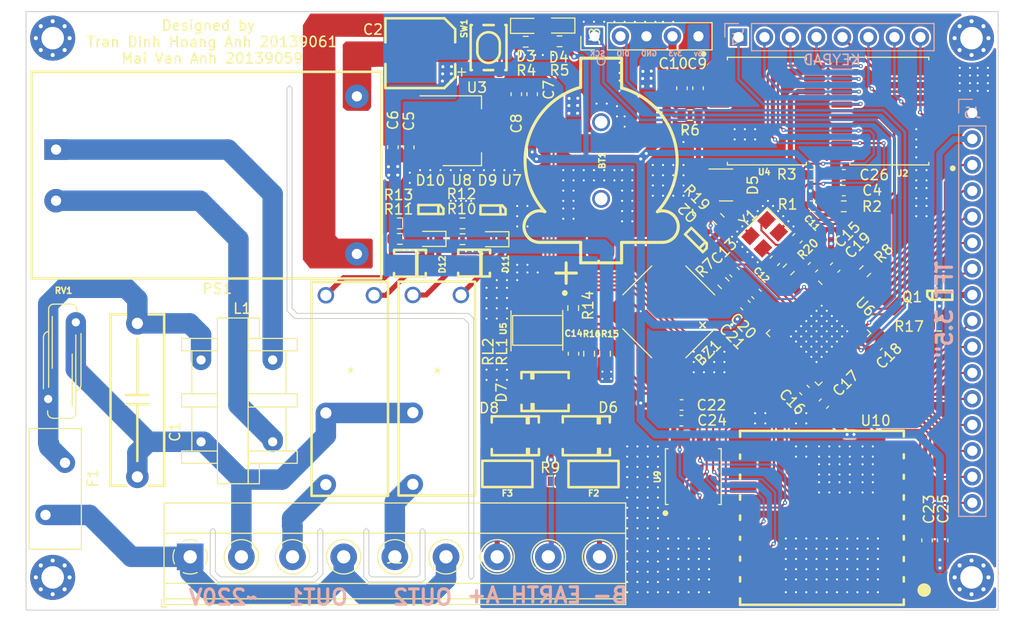
<source format=kicad_pcb>
(kicad_pcb (version 20211014) (generator pcbnew)
  (layers (0 "F.Cu" signal) (31 "B.Cu" signal) (34 "B.Paste" user) (35 "F.Paste" user) (36 "B.SilkS" user "B.Silkscreen") (37 "F.SilkS" user "F.Silkscreen") (38 "B.Mask" user) (39 "F.Mask" user) (44 "Edge.Cuts" user))
  (net 0 "")
  (net 1 "Net-(BT1-Pad1)")
  (net 2 "GND")
  (net 3 "+5V")
  (net 4 "+3.3V")
  (net 5 "/OSCIN")
  (net 6 "/OCSOUT")
  (net 7 "Net-(C13-Pad2)")
  (net 8 "Net-(C16-Pad2)")
  (net 9 "Net-(D3-Pad2)")
  (net 10 "Net-(D4-Pad2)")
  (net 11 "Net-(D5-Pad1)")
  (net 12 "Net-(D5-Pad3)")
  (net 13 "Net-(D6-Pad1)")
  (net 14 "GNDREF")
  (net 15 "Net-(D7-Pad1)")
  (net 16 "Net-(D11-Pad1)")
  (net 17 "Net-(D9-Pad2)")
  (net 18 "Net-(D10-Pad1)")
  (net 19 "Net-(D10-Pad2)")
  (net 20 "/B-")
  (net 21 "/A+")
  (net 22 "/N1")
  (net 23 "/N2")
  (net 24 "Net-(L1-Pad3)")
  (net 25 "/TFT_CS")
  (net 26 "/TFT_RS")
  (net 27 "/TFT_WR")
  (net 28 "/TFT_RD")
  (net 29 "/TFT_RST")
  (net 30 "/TFT_LED")
  (net 31 "/TFT_DB0")
  (net 32 "/TFT_DB1")
  (net 33 "/TFT_DB2")
  (net 34 "/TFT_DB3")
  (net 35 "/TFT_DB4")
  (net 36 "/TFT_DB5")
  (net 37 "/TFT_DB6")
  (net 38 "/TFT_DB7")
  (net 39 "/SWCLK")
  (net 40 "/SWDIO")
  (net 41 "/SCL")
  (net 42 "/PCF_INT")
  (net 43 "/SDA")
  (net 44 "Net-(R8-Pad2)")
  (net 45 "/RELAY_2")
  (net 46 "/RELAY_1")
  (net 50 "/RX_RS485")
  (net 51 "/RS485_DERE")
  (net 52 "/TX_RS485")
  (net 53 "Net-(BZ1-Pad2)")
  (net 56 "/SPI_SCK")
  (net 57 "/SPI_MISO")
  (net 58 "/SPI_MOSI")
  (net 59 "/LORA NSS")
  (net 60 "/W25Q_CS")
  (net 61 "/LORA_RST")
  (net 62 "/LORA_INT")
  (net 68 "/P8")
  (net 69 "/P7")
  (net 70 "/P6")
  (net 71 "/P5")
  (net 72 "/P4")
  (net 73 "/P3")
  (net 74 "/P2")
  (net 75 "/P1")
  (net 76 "Net-(Q2-Pad1)")
  (net 77 "Net-(C1-Pad1)")
  (net 78 "/N")
  (net 79 "Net-(C2-Pad2)")
  (net 80 "/L")
  (net 81 "Net-(L1-Pad1)")
  (net 82 "/BUZZER")
  (footprint "Package_DFN_QFN:QFN-48-1EP_7x7mm_P0.5mm_EP5.6x5.6mm" (layer "F.Cu") (at 154.95 80.94 -45)
    (fp_text reference "U6")
    (fp_text value "STM32F411CEUx")
  )
  (footprint "Resistor_SMD:R_0603_1608Metric" (layer "F.Cu") (at 142.39 59.62)
    (fp_text reference "R6")
    (fp_text value "1k")
  )
  (footprint "Capacitor_SMD:C_0603_1608Metric" (layer "F.Cu") (at 156.575 74.515 -135)
    (fp_text reference "C19")
    (fp_text value "10u")
  )
  (footprint "Resistor_SMD:R_0603_1608Metric" (layer "F.Cu") (at 120.15 70.2 180)
    (fp_text reference "R12")
    (fp_text value "1M")
  )
  (footprint "Capacitor_SMD:C_0603_1608Metric" (layer "F.Cu") (at 155.47 87.82 45)
    (fp_text reference "C17")
    (fp_text value "100n")
  )
  (footprint "Capacitor_SMD:C_0603_1608Metric" (layer "F.Cu") (at 157.4075 66.994303 180)
    (fp_text reference "C4")
    (fp_text value "0.1u")
  )
  (footprint "IVS_FOOTPRINTS:SOIC-16W_7.5x10.3mm_P1.27mm" (layer "F.Cu") (at 149.9 59.23)
    (fp_text reference "U4")
    (fp_text value "DS3231M" hide)
  )
  (footprint "Capacitor_SMD:C_0603_1608Metric" (layer "F.Cu") (at 114.9 62.77 90)
    (fp_text reference "C5")
    (fp_text value "100n")
  )
  (footprint "Capacitor_SMD:C_0603_1608Metric" (layer "F.Cu") (at 165.55 101.18 -90)
    (fp_text reference "C23")
    (fp_text value "100n")
  )
  (footprint "IVS_FOOTPRINTS:BatteryHolder_CR1220" (layer "F.Cu") (at 133.7 64.06 -90)
    (fp_text reference "BT1")
    (fp_text value "Battery_Cell" hide)
  )
  (footprint "Capacitor_SMD:C_0603_1608Metric" (layer "F.Cu") (at 160.72 82.13 45)
    (fp_text reference "C18")
    (fp_text value "100n")
  )
  (footprint "Capacitor_SMD:C_0603_1608Metric" (layer "F.Cu") (at 141.56 87.95 180)
    (fp_text reference "C22")
    (fp_text value "1u")
  )
  (footprint "Capacitor_SMD:C_0603_1608Metric" (layer "F.Cu") (at 152.88 71.66 -135)
    (fp_text reference "C11")
    (fp_text value "20p")
  )
  (footprint "IVS_FOOTPRINTS:ACFilterChokeUU9.8" (layer "F.Cu") (at 101.6 83.55 -90)
    (fp_text reference "L1" hide)
    (fp_text value "L_Coupled_1324")
  )
  (footprint "Capacitor_SMD:C_0603_1608Metric" (layer "F.Cu") (at 141.54 89.49 180)
    (fp_text reference "C24")
    (fp_text value "100n")
  )
  (footprint "LED_SMD:LED_0603_1608Metric" (layer "F.Cu") (at 126.33 50.9)
    (fp_text reference "D3")
    (fp_text value "LED")
  )
  (footprint "Capacitor_SMD:C_0603_1608Metric" (layer "F.Cu") (at 113.35 62.76 90)
    (fp_text reference "C6")
    (fp_text value "1u")
  )
  (footprint "LED_SMD:LED_0603_1608Metric" (layer "F.Cu") (at 129.65 50.87 180)
    (fp_text reference "D4")
    (fp_text value "LED")
  )
  (footprint "Resistor_SMD:R_0603_1608Metric" (layer "F.Cu") (at 145.18 69.78 135)
    (fp_text reference "R19")
    (fp_text value "1K")
  )
  (footprint "Capacitor_SMD:C_0603_1608Metric" (layer "F.Cu") (at 150.68 73.86 45)
    (fp_text reference "C12")
    (fp_text value "20p")
  )
  (footprint "Resistor_SMD:R_0603_1608Metric" (layer "F.Cu") (at 166.75 80.2 180)
    (fp_text reference "R17")
    (fp_text value "1M")
  )
  (footprint "Capacitor_SMD:C_0603_1608Metric" (layer "F.Cu") (at 131 82.94 -90)
    (fp_text reference "C14")
    (fp_text value "33pF")
  )
  (footprint "Capacitor_SMD:C_0603_1608Metric" (layer "F.Cu") (at 157.4075 65.454303 180)
    (fp_text reference "C26")
    (fp_text value "0.1u")
  )
  (footprint "Package_TO_SOT_SMD:SOT-23" (layer "F.Cu") (at 145.91 66.45)
    (fp_text reference "D5")
    (fp_text value "BAT54C")
  )
  (footprint "IVS_FOOTPRINTS:Relay_G5NB-1A-E DC5" (layer "F.Cu") (at 111.5 95.53)
    (fp_text reference "RL2")
    (fp_text value "Relay_G5NB-1A-E_DC5" hide)
  )
  (footprint "IVS_FOOTPRINTS:C_Rect_L16.5mm_W5.0mm_P15.00mm_MKT" (layer "F.Cu") (at 88.375 79.975 -90)
    (fp_text reference "C1")
    (fp_text value "C")
  )
  (footprint "MountingHole:MountingHole_2.2mm_M2_Pad_Via" (layer "F.Cu") (at 80.1 52.1)
    (fp_text reference "H1")
    (fp_text value "MountingHole")
  )
  (footprint "Resistor_SMD:R_0603_1608Metric" (layer "F.Cu") (at 129.635 52.411665 180)
    (fp_text reference "R5")
    (fp_text value "1k")
  )
  (footprint "LED_SMD:LED_0603_1608Metric" (layer "F.Cu") (at 117.05 71.72 180)
    (fp_text reference "D10")
    (fp_text value "LED")
  )
  (footprint "IVS_FOOTPRINTS:SOT23-3" (layer "F.Cu") (at 144.54 71.82 -135)
    (fp_text reference "Q2")
    (fp_text value "MMBT3904L" hide)
  )
  (footprint "IVS_FOOTPRINTS:HLK_P01" (layer "F.Cu") (at 80.43 62.99)
    (fp_text reference "PS1")
    (fp_text value "HLK-PM01")
  )
  (footprint "Connector_PinHeader_2.54mm:PinHeader_1x05_P2.54mm_Vertical" (layer "F.Cu") (at 133.05 51.92 90)
    (fp_text reference "J8")
    (fp_text value "STLINK")
  )
  (footprint "IVS_FOOTPRINTS:SOT23-3" (layer "F.Cu") (at 124.16 67.85 -90)
    (fp_text reference "U7")
    (fp_text value "Trans_MOSFET" hide)
  )
  (footprint "LED_SMD:LED_0603_1608Metric" (layer "F.Cu") (at 123.2 71.75 180)
    (fp_text reference "D9")
    (fp_text value "LED")
  )
  (footprint "IVS_FOOTPRINTS:Relay_G5NB-1A-E DC5" (layer "F.Cu") (at 120 95.5)
    (fp_text reference "RL1")
    (fp_text value "Relay_G5NB-1A-E_DC5" hide)
  )
  (footprint "Capacitor_SMD:C_0603_1608Metric" (layer "F.Cu") (at 148.88 77.1 -45)
    (fp_text reference "C20")
    (fp_text value "100n")
  )
  (footprint "Crystal:Crystal_SMD_3225-4Pin_3.2x2.5mm" (layer "F.Cu") (at 149.68 71.26 -135)
    (fp_text reference "Y1")
    (fp_text value "25MHz")
  )
  (footprint "Buzzer_Beeper:PUIAudio_SMT_0825_S_4_R" (layer "F.Cu") (at 140.31 78.85 -135)
    (fp_text reference "BZ1")
    (fp_text value "Buzzer")
  )
  (footprint "IVS_FOOTPRINTS:SOT23-3" (layer "F.Cu") (at 118.09 67.81 -90)
    (fp_text reference "U8")
    (fp_text value "Trans_MOSFET" hide)
  )
  (footprint "Resistor_SMD:R_0603_1608Metric" (layer "F.Cu") (at 154.37 68.53)
    (fp_text reference "R1")
    (fp_text value "4k7")
  )
  (footprint "MountingHole:MountingHole_2.2mm_M2_Pad_Via" (layer "F.Cu") (at 80.1 104.8)
    (fp_text reference "H2")
    (fp_text value "MountingHole")
  )
  (footprint "IVS_FOOTPRINTS:Fuse_1206_3216Metric" (layer "F.Cu") (at 124.535 94.68 180)
    (fp_text reference "F3")
    (fp_text value "Fuse1206_3216" hide)
  )
  (footprint "Resistor_SMD:R_0603_1608Metric" (layer "F.Cu") (at 128.71 95.405 180)
    (fp_text reference "R9")
    (fp_text value "120")
  )
  (footprint "Capacitor_SMD:C_0603_1608Metric" (layer "F.Cu") (at 154.4 74.49 45)
    (fp_text reference "C15")
    (fp_text value "100n")
  )
  (footprint "Capacitor_SMD:C_0603_1608Metric" (layer "F.Cu") (at 126.96 57.58 90)
    (fp_text reference "C7")
    (fp_text value "100n")
  )
  (footprint "IVS_FOOTPRINTS:D_SMA" (layer "F.Cu") (at 132.21 91.01 180)
    (fp_text reference "D6")
    (fp_text value "D_TVS")
  )
  (footprint "Resistor_SMD:R_0603_1608Metric" (layer "F.Cu") (at 130.97 78.48 -90)
    (fp_text reference "R14")
    (fp_text value "4k7")
  )
  (footprint "IVS_FOOTPRINTS:SW_SPST_PTS810" (layer "F.Cu") (at 122.6 53.02 90)
    (fp_text reference "SW1")
    (fp_text value "SW_Push" hide)
  )
  (footprint "Capacitor_SMD:C_0603_1608Metric" (layer "F.Cu") (at 143.17 56.99 90)
    (fp_text reference "C9")
    (fp_text value "1u")
  )
  (footprint "Resistor_SMD:R_0603_1608Metric" (layer "F.Cu") (at 154.35 65.46)
    (fp_text reference "R3")
    (fp_text value "4k7")
  )
  (footprint "Capacitor_SMD:C_0603_1608Metric" (layer "F.Cu") (at 167.08 101.18 -90)
    (fp_text reference "C25")
    (fp_text value "1u")
  )
  (footprint "IVS_FOOTPRINTS:D_SMA" (layer "F.Cu") (at 128.26 86.59)
    (fp_text reference "D7")
    (fp_text value "D_TVS")
  )
  (footprint "Resistor_SMD:R_0603_1608Metric" (layer "F.Cu") (at 145.66 76.04 135)
    (fp_text reference "R7")
    (fp_text value "10k")
  )
  (footprint "IVS_FOOTPRINTS:D_SOD-123F" (layer "F.Cu") (at 121.28 74.08 180)
    (fp_text reference "D11")
    (fp_text value "D_Diode" hide)
  )
  (footprint "Capacitor_SMD:C_0603_1608Metric" (layer "F.Cu") (at 153.57 86.49 135)
    (fp_text reference "C16")
    (fp_text value "1u")
  )
  (footprint "IVS_FOOTPRINTS:SOIC-8_5.23x5.23mm_P1.27mm" (layer "F.Cu") (at 142.71 94.95 90)
    (fp_text reference "U9")
    (fp_text value "W25Q128JVS" hide)
  )
  (footprint "Resistor_SMD:R_0603_1608Metric" (layer "F.Cu") (at 114.03 70.2 180)
    (fp_text reference "R13")
    (fp_text value "1M")
  )
  (footprint "Capacitor_SMD:C_0603_1608Metric" (layer "F.Cu") (at 125.41 57.58 90)
    (fp_text reference "C8")
    (fp_text value "1u")
  )
  (footprint "Resistor_SMD:R_0603_1608Metric" (layer "F.Cu") (at 159.5 74.88 -135)
    (fp_text reference "R8")
    (fp_text value "10k")
  )
  (footprint "IVS_FOOTPRINTS:CP_Alu_SMD_6.3x7.7mm" (layer "F.Cu") (at 116.03 53.57 180)
    (fp_text reference "C2")
    (fp_text value "C_Polarized_US")
  )
  (footprint "Resistor_SMD:R_0603_1608Metric" (layer "F.Cu") (at 132.525 82.94 -90)
    (fp_text reference "R16")
    (fp_text value "4k7")
  )
  (footprint "Resistor_SMD:R_0603_1608Metric" (layer "F.Cu") (at 114.03 71.72)
    (fp_text reference "R11")
    (fp_text value "1k")
  )
  (footprint "IVS_FOOTPRINTS:SOT23-3" (layer "F.Cu") (at 165.77 78.27 90)
    (fp_text reference "Q1")
    (fp_text value "P_Mosfet" hide)
  )
  (footprint "MountingHole:MountingHole_2.2mm_M2_Pad_Via" (layer "F.Cu") (at 169.9 52.1)
    (fp_text reference "H3")
    (fp_text value "MountingHole")
  )
  (footprint "IVS_FOOTPRINTS:SOIC-16W_7.5x10.3mm_P1.27mm" (layer "F.Cu") (at 161.87 59.23 180)
    (fp_text reference "U2")
    (fp_text value "PCF8574A" hide)
  )
  (footprint "IVS_FOOTPRINTS:SOIC-8_3.9x4.9mm_P1.27mm" (layer "F.Cu") (at 127.45 80.71 -90)
    (fp_text reference "U5")
    (fp_text value "MAX485E" hide)
  )
  (footprint "Resistor_SMD:R_0603_1608Metric" (layer "F.Cu") (at 152.03 74.7 45)
    (fp_text reference "R20")
    (fp_text value "1M")
  )
  (footprint "MountingHole:MountingHole_2.2mm_M2_Pad_Via" (layer "F.Cu") (at 169.9 104.8)
    (fp_text reference "H4")
    (fp_text value "MountingHole")
  )
  (footprint "IVS_FOOTPRINTS:RV_Disc_D12mm_W5.8mm_P7.5mm" (layer "F.Cu") (at 79.66 87.37 90)
    (fp_text reference "RV1")
    (fp_text value "Varistor" hide)
  )
  (footprint "Resistor_SMD:R_0603_1608Metric" (layer "F.Cu") (at 120.15 71.75)
    (fp_text reference "R10")
    (fp_text value "1k")
  )
  (footprint "Capacitor_SMD:C_0603_1608Metric" (layer "F.Cu") (at 147.8 78.19 -45)
    (fp_text reference "C21")
    (fp_text value "1u")
  )
  (footprint "Package_TO_SOT_SMD:SOT-223-3_TabPin2" (layer "F.Cu") (at 120.1 61.15)
    (fp_text reference "U3")
    (fp_text value "AMS1117-3.3")
  )
  (footprint "Capacitor_SMD:C_0603_1608Metric" (layer "F.Cu") (at 146.74 74.97 135)
    (fp_text reference "C13")
    (fp_text value "1u")
  )
  (footprint "IVS_FOOTPRINTS:MODULE_RA-02_LORA" (layer "F.Cu") (at 155.28 98.98 180)
    (fp_text reference "U10")
    (fp_text value "Ai-Thinker-Ra-02")
  )
  (footprint "Capacitor_SMD:C_0603_1608Metric" (layer "F.Cu") (at 141.6 57 90)
    (fp_text reference "C10")
    (fp_text value "100n")
  )
  (footprint "IVS_FOOTPRINTS:D_SOD-123F" (layer "F.Cu") (at 115.01 74.1 180)
    (fp_text reference "D12")
    (fp_text value "D_Diode" hide)
  )
  (footprint "TerminalBlock_Phoenix:TerminalBlock_Phoenix_MKDS-1,5-9_1x09_P5.00mm_Horizontal" (layer "F.Cu") (at 93.54 102.79)
    (fp_text reference "J1")
    (fp_text value "Screw_Terminal_01x09")
  )
  (footprint "Resistor_SMD:R_0603_1608Metric" (layer "F.Cu") (at 134.075 82.94 90)
    (fp_text reference "R15")
    (fp_text value "4k7")
  )
  (footprint "Fuse:Fuse_BelFuse_0ZRE0075FF_L11.5mm_W4.8mm" (layer "F.Cu") (at 79.4 98.7 90)
    (fp_text reference "F1")
    (fp_text value "Fuse")
  )
  (footprint "IVS_FOOTPRINTS:Fuse_1206_3216Metric" (layer "F.Cu") (at 132.96 94.705)
    (fp_text reference "F2")
    (fp_text value "Fuse1206_3216" hide)
  )
  (footprint "Resistor_SMD:R_0603_1608Metric" (layer "F.Cu") (at 157.4125 68.534303 180)
    (fp_text reference "R2")
    (fp_text value "4k7")
  )
  (footprint "Resistor_SMD:R_0603_1608Metric" (layer "F.Cu") (at 126.33 52.45)
    (fp_text reference "R4")
    (fp_text value "1k")
  )
  (footprint "IVS_FOOTPRINTS:D_SMA" (layer "F.Cu") (at 125.27 91.01 180)
    (fp_text reference "D8")
    (fp_text value "D_TVS")
  )
  (footprint "Connector_PinHeader_2.54mm:PinHeader_1x08_P2.54mm_Vertical" (layer "B.Cu") (at 147.125 52 -90)
    (fp_text reference "J7")
    (fp_text value "Conn_01x08_Male")
  )
  (footprint "Connector_PinSocket_2.54mm:PinSocket_1x16_P2.54mm_Vertical" (layer "B.Cu") (at 169.975 59.41 180)
    (fp_text reference "J6")
    (fp_text value "Conn_01x16_Female")
  )
  (gr_line (start 115.75 104.75) (end 111.25 104.75) (layer "Edge.Cuts") (width 0.1))
  (gr_line (start 121.25 104.75) (end 121.25 79.5) (layer "Edge.Cuts") (width 0.1))
  (gr_line (start 105.5 104.75) (end 96.5 104.75) (layer "Edge.Cuts") (width 0.1))
  (gr_line (start 116 100.25) (end 116 104.25) (layer "Edge.Cuts") (width 0.1))
  (gr_line (start 116.5 105) (end 116.5 100.25) (layer "Edge.Cuts") (width 0.1))
  (gr_line (start 104 79) (end 103.5 78.5) (layer "Edge.Cuts") (width 0.1))
  (gr_line (start 116.25 100) (end 116 100.25) (layer "Edge.Cuts") (width 0.1))
  (gr_line (start 110.5 100.25) (end 110.5 104.25) (layer "Edge.Cuts") (width 0.1))
  (gr_line (start 116.5 100.25) (end 116.25 100) (layer "Edge.Cuts") (width 0.1))
  (gr_line (start 103.5 57) (end 103.5 73) (layer "Edge.Cuts") (width 0.1))
  (gr_line (start 106.5 100.25) (end 106.25 100) (layer "Edge.Cuts") (width 0.1))
  (gr_line (start 103.75 79.5) (end 120.25 79.5) (layer "Edge.Cuts") (width 0.1))
  (gr_line (start 116 104.5) (end 115.75 104.75) (layer "Edge.Cuts") (width 0.1))
  (gr_line (start 110.5 104.25) (end 110.5 104.75) (layer "Edge.Cuts") (width 0.1))
  (gr_line (start 105.75 105.25) (end 106.5 104.5) (layer "Edge.Cuts") (width 0.1))
  (gr_line (start 103.25 56.75) (end 103 57) (layer "Edge.Cuts") (width 0.1))
  (gr_line (start 110.75 100) (end 110.5 100.25) (layer "Edge.Cuts") (width 0.1))
  (gr_line (start 111 100.25) (end 110.75 100) (layer "Edge.Cuts") (width 0.1))
  (gr_line (start 120.75 104.75) (end 120.75 80) (layer "Edge.Cuts") (width 0.1))
  (gr_line (start 103.25 56.75) (end 103.5 57) (layer "Edge.Cuts") (width 0.1))
  (gr_line (start 103 75.5) (end 103 73.5) (layer "Edge.Cuts") (width 0.1))
  (gr_line (start 121.25 104.75) (end 121 105) (layer "Edge.Cuts") (width 0.1))
  (gr_line (start 103.5 78.5) (end 103.5 77) (layer "Edge.Cuts") (width 0.1))
  (gr_line (start 120.75 104.75) (end 121 105) (layer "Edge.Cuts") (width 0.1))
  (gr_line (start 172.5 49.5) (end 77.5 49.5) (layer "Edge.Cuts") (width 0.1))
  (gr_line (start 96.25 105.25) (end 105.75 105.25) (layer "Edge.Cuts") (width 0.1))
  (gr_line (start 103 75.5) (end 103 77.5) (layer "Edge.Cuts") (width 0.1))
  (gr_line (start 110.5 104.75) (end 111 105.25) (layer "Edge.Cuts") (width 0.1))
  (gr_line (start 111 105.25) (end 116.25 105.25) (layer "Edge.Cuts") (width 0.1))
  (gr_line (start 120.75 80) (end 120.25 79.5) (layer "Edge.Cuts") (width 0.1))
  (gr_line (start 172.5 108) (end 172.5 49.5) (layer "Edge.Cuts") (width 0.1))
  (gr_line (start 77.5 49.5) (end 77.5 108) (layer "Edge.Cuts") (width 0.1))
  (gr_line (start 103.5 73) (end 103.5 77) (layer "Edge.Cuts") (width 0.1))
  (gr_line (start 106.5 104.5) (end 106.5 100.25) (layer "Edge.Cuts") (width 0.1))
  (gr_line (start 111.25 104.75) (end 111 104.5) (layer "Edge.Cuts") (width 0.1))
  (gr_line (start 77.5 108) (end 172.5 108) (layer "Edge.Cuts") (width 0.1))
  (gr_line (start 106 104.25) (end 105.5 104.75) (layer "Edge.Cuts") (width 0.1))
  (gr_line (start 103 77.5) (end 103 78.75) (layer "Edge.Cuts") (width 0.1))
  (gr_line (start 120.75 79) (end 104 79) (layer "Edge.Cuts") (width 0.1))
  (gr_line (start 116 104.25) (end 116 104.5) (layer "Edge.Cuts") (width 0.1))
  (gr_line (start 95.5 104.5) (end 96.25 105.25) (layer "Edge.Cuts") (width 0.1))
  (gr_line (start 95.75 100) (end 95.5 100.25) (layer "Edge.Cuts") (width 0.1))
  (gr_line (start 116.25 105.25) (end 116.5 105) (layer "Edge.Cuts") (width 0.1))
  (gr_line (start 96 100.25) (end 95.75 100) (layer "Edge.Cuts") (width 0.1))
  (gr_line (start 95.5 100.25) (end 95.5 104.5) (layer "Edge.Cuts") (width 0.1))
  (gr_line (start 106.25 100) (end 106 100.25) (layer "Edge.Cuts") (width 0.1))
  (gr_line (start 111 104.5) (end 111 100.25) (layer "Edge.Cuts") (width 0.1))
  (gr_line (start 96.5 104.75) (end 96 104.25) (layer "Edge.Cuts") (width 0.1))
  (gr_line (start 121.25 79.5) (end 120.75 79) (layer "Edge.Cuts") (width 0.1))
  (gr_line (start 96 104.25) (end 96 100.25) (layer "Edge.Cuts") (width 0.1))
  (gr_line (start 103 57) (end 103 73.5) (layer "Edge.Cuts") (width 0.1))
  (gr_line (start 106 100.25) (end 106 104.25) (layer "Edge.Cuts") (width 0.1))
  (gr_line (start 103 78.75) (end 103.75 79.5) (layer "Edge.Cuts") (width 0.1))
  (gr_text "OUT2" (at 116.25 106.75) (layer "B.SilkS") (effects (font (size 1.5 1.5) (thickness 0.3)) (justify mirror)))
  (gr_text "~220V" (at 96.75 106.75) (layer "B.SilkS") (effects (font (size 1.5 1.5) (thickness 0.3)) (justify mirror)))
  (gr_text "OUT1\n" (at 106.05 106.75) (layer "B.SilkS") (effects (font (size 1.5 1.5) (thickness 0.3)) (justify mirror)))
  (gr_text "B- EARTH A+\n\n" (at 128.42 107.75) (layer "B.SilkS") (effects (font (size 1.5 1.5) (thickness 0.3)) (justify mirror)))
  (gr_text "TFT 3.5{dblquote}" (at 167.27 78.63 90) (layer "B.SilkS") (effects (font (size 1.5 1.5) (thickness 0.3)) (justify mirror)))
  (gr_text "KEYPAD" (at 156.25 54.22) (layer "B.SilkS") (effects (font (size 1 1)) (justify mirror)))
  (gr_text "5v   3v3   GND   DIO   SCK" (at 138.11 53.61) (layer "B.SilkS") (effects (font (size 0.5 0.5) (thickness 0.125)) (justify mirror)))
  (gr_text "Designed by \nTran Dinh Hoang Anh 20139061\nMai Van Anh 20139059\n" (at 95.69 52.46) (layer "F.SilkS") (effects (font (size 1 1))))
  (segment (start 143.13 67.4) (end 138.55 71.98) (width 0.5) (layer "F.Cu") (net 1))
  (segment (start 144.9725 67.4) (end 143.13 67.4) (width 0.5) (layer "F.Cu") (net 1))
  (segment (start 138.55 71.98) (end 133.7206 71.98) (width 0.5) (layer "F.Cu") (net 1))
  (segment (start 133.7206 71.98) (end 133.7 71.9594) (width 0.5) (layer "F.Cu") (net 1))
  (segment (start 151.058858 70.941142) (end 152 70) (width 0.25) (layer "F.Cu") (net 2))
  (segment (start 148.301142 71.436777) (end 148.301142 71.301142) (width 0.25) (layer "F.Cu") (net 2))
  (segment (start 151.058858 71.083223) (end 151.058858 70.941142) (width 0.25) (layer "F.Cu") (net 2))
  (segment (start 147.296016 75.51) (end 147.288008 75.518008) (width 0.2) (layer "F.Cu") (net 2))
  (segment (start 148.301142 71.301142) (end 147.5 70.5) (width 0.25) (layer "F.Cu") (net 2))
  (via (at 157.75 102) (size 0.4) (drill 0.2) (layers "F.Cu" "B.Cu") (net 2))
  (via (at 139.25 94) (size 0.4) (drill 0.2) (layers "F.Cu" "B.Cu") (net 2))
  (via (at 136.75 68) (size 0.4) (drill 0.2) (layers "F.Cu" "B.Cu") (net 2))
  (via (at 154.75 82.75) (size 0.4) (drill 0.2) (layers "F.Cu" "B.Cu") (net 2))
  (via (at 165.5 65) (size 0.4) (drill 0.2) (layers "F.Cu" "B.Cu") (net 2))
  (via (at 140.25 106.25) (size 0.4) (drill 0.2) (layers "F.Cu" "B.Cu") (net 2))
  (via (at 137.25 99) (size 0.4) (drill 0.2) (layers "F.Cu" "B.Cu") (net 2))
  (via (at 137.25 95) (size 0.4) (drill 0.2) (layers "F.Cu" "B.Cu") (net 2))
  (via (at 153.75 105) (size 0.4) (drill 0.2) (layers "F.Cu" "B.Cu") (net 2))
  (via (at 153.25 81.25) (size 0.4) (drill 0.2) (layers "F.Cu" "B.Cu") (net 2))
  (via (at 153.25 82.25) (size 0.4) (drill 0.2) (layers "F.Cu" "B.Cu") (net 2))
  (via (at 152.75 102) (size 0.4) (drill 0.2) (layers "F.Cu" "B.Cu") (net 2))
  (via (at 139.25 99) (size 0.4) (drill 0.2) (layers "F.Cu" "B.Cu") (net 2))
  (via (at 141.75 65.5) (size 0.4) (drill 0.2) (layers "F.Cu" "B.Cu") (net 2))
  (via (at 122.5 76.5) (size 0.4) (drill 0.2) (layers "F.Cu" "B.Cu") (net 2))
  (via (at 152.75 88.75) (size 0.4) (drill 0.2) (layers "F.Cu" "B.Cu") (net 2))
  (via (at 130 68.75) (size 0.4) (drill 0.2) (layers "F.Cu" "B.Cu") (net 2))
  (via (at 121 68) (size 0.4) (drill 0.2) (layers "F.Cu" "B.Cu") (net 2))
  (via (at 133.25 58.5) (size 0.4) (drill 0.2) (layers "F.Cu" "B.Cu") (net 2))
  (via (at 149 74) (size 0.4) (drill 0.2) (layers "F.Cu" "B.Cu") (net 2))
  (via (at 137.25 93) (size 0.4) (drill 0.2) (layers "F.Cu" "B.Cu") (net 2))
  (via (at 131 69.75) (size 0.4) (drill 0.2) (layers "F.Cu" "B.Cu") (net 2))
  (via (at 141.25 102) (size 0.4) (drill 0.2) (layers "F.Cu" "B.Cu") (net 2))
  (via (at 151.75 101) (size 0.4) (drill 0.2) (layers "F.Cu" "B.Cu") (net 2))
  (via (at 136 60.75) (size 0.4) (drill 0.2) (layers "F.Cu" "B.Cu") (net 2))
  (via (at 154.75 104) (size 0.4) (drill 0.2) (layers "F.Cu" "B.Cu") (net 2))
  (via (at 165.5 69.5) (size 0.4) (drill 0.2) (layers "F.Cu" "B.Cu") (net 2))
  (via (at 160.25 92) (size 0.4) (drill 0.2) (layers "F.Cu" "B.Cu") (net 2))
  (via (at 125.5 68.5) (size 0.4) (drill 0.2) (layers "F.Cu" "B.Cu") (net 2))
  (via (at 115 68.25) (size 0.4) (drill 0.2) (layers "F.Cu" "B.Cu") (net 2))
  (via (at 157.75 101) (size 0.4) (drill 0.2) (layers "F.Cu" "B.Cu") (net 2))
  (via (at 155 92) (size 0.4) (drill 0.2) (layers "F.Cu" "B.Cu") (net 2))
  (via (at 164.5 68.5) (size 0.4) (drill 0.2) (layers "F.Cu" "B.Cu") (net 2))
  (via (at 144.25 102) (size 0.4) (drill 0.2) (layers "F.Cu" "B.Cu") (net 2))
  (via (at 137.25 92) (size 0.4) (drill 0.2) (layers "F.Cu" "B.Cu") (net 2))
  (via (at 149.5 68.5) (size 0.4) (drill 0.2) (layers "F.Cu" "B.Cu") (net 2))
  (via (at 130 66) (size 0.4) (drill 0.2) (layers "F.Cu" "B.Cu") (net 2))
  (via (at 158.75 106.25) (size 0.4) (drill 0.2) (layers "F.Cu" "B.Cu") (net 2))
  (via (at 136.75 65) (size 0.4) (drill 0.2) (layers "F.Cu" "B.Cu") (net 2))
  (via (at 154.25 79.25) (size 0.4) (drill 0.2) (layers "F.Cu" "B.Cu") (net 2))
  (via (at 142.75 84.75) (size 0.4) (drill 0.2) (layers "F.Cu" "B.Cu") (net 2))
  (via (at 142.25 106.25) (size 0.4) (drill 0.2) (layers "F.Cu" "B.Cu") (net 2))
  (via (at 170.5 56.5) (size 0.4) (drill 0.2) (layers "F.Cu" "B.Cu") (net 2))
  (via (at 122.5 79.5) (size 0.4) (drill 0.2) (layers "F.Cu" "B.Cu") (net 2))
  (via (at 171.5 55) (size 0.4) (drill 0.2) (layers "F.Cu" "B.Cu") (net 2))
  (via (at 139.25 98) (size 0.4) (drill 0.2) (layers "F.Cu" "B.Cu") (net 2))
  (via (at 156 92) (size 0.4) (drill 0.2) (layers "F.Cu" "B.Cu") (net 2))
  (via (at 170.5 55.75) (size 0.4) (drill 0.2) (layers "F.Cu" "B.Cu") (net 2))
  (via (at 150 68) (size 0.4) (drill 0.2) (layers "F.Cu" "B.Cu") (net 2))
  (via (at 136.25 95) (size 0.4) (drill 0.2) (layers "F.Cu" "B.Cu") (net 2))
  (via (at 131 66) (size 0.4) (drill 0.2) (layers "F.Cu" "B.Cu") (net 2))
  (via (at 156.75 105) (size 0.4) (drill 0.2) (layers "F.Cu" "B.Cu") (net 2))
  (via (at 155.25 78.25) (size 0.4) (drill 0.2) (layers "F.Cu" "B.Cu") (net 2))
  (via (at 158 92) (size 0.4) (drill 0.2) (layers "F.Cu" "B.Cu") (net 2))
  (via (at 125.25 65) (size 0.4) (drill 0.2) (layers "F.Cu" "B.Cu") (net 2))
  (via (at 170.5 55) (size 0.4) (drill 0.2) (layers "F.Cu" "B.Cu") (net 2))
  (via (at 124.25 65) (size 0.4) (drill 0.2) (layers "F.Cu" "B.Cu") (net 2))
  (via (at 160.25 95.5) (size 0.4) (drill 0.2) (layers "F.Cu" "B.Cu") (net 2))
  (via (at 160.75 105) (size 0.4) (drill 0.2) (layers "F.Cu" "B.Cu") (net 2))
  (via (at 169.75 56.5) (size 0.4) (drill 0.2) (layers "F.Cu" "B.Cu") (net 2))
  (via (at 153.75 81.75) (size 0.4) (drill 0.2) (layers "F.Cu" "B.Cu") (net 2))
  (via (at 131 65) (size 0.4) (drill 0.2) (layers "F.Cu" "B.Cu") (net 2))
  (via (at 160.25 94.75) (size 0.4) (drill 0.2) (layers "F.Cu" "B.Cu") (net 2))
  (via (at 144.25 104) (size 0.4) (drill 0.2) (layers "F.Cu" "B.Cu") (net 2))
  (via (at 159.25 94.75) (size 0.4) (drill 0.2) (layers "F.Cu" "B.Cu") (net 2))
  (via (at 160.75 102) (size 0.4) (drill 0.2) (layers "F.Cu" "B.Cu") (net 2))
  (via (at 143.75 84.75) (size 0.4) (drill 0.2) (layers "F.Cu" "B.Cu") (net 2))
  (via (at 153.25 80.25) (size 0.4) (drill 0.2) (layers "F.Cu" "B.Cu") (net 2))
  (via (at 131 68) (size 0.4) (drill 0.2) (layers "F.Cu" "B.Cu") (net 2))
  (via (at 154.75 79.75) (size 0.4) (drill 0.2) (layers "F.Cu" "B.Cu") (net 2))
  (via (at 120 65) (size 0.4) (drill 0.2) (layers "F.Cu" "B.Cu") (net 2))
  (via (at 146.5 71.5) (size 0.4) (drill 0.2) (layers "F.Cu" "B.Cu") (net 2))
  (via (at 164.5 62.75) (size 0.4) (drill 0.2) (layers "F.Cu" "B.Cu") (net 2))
  (via (at 116 65) (size 0.4) (drill 0.2) (layers "F.Cu" "B.Cu") (net 2))
  (via (at 154.75 103) (size 0.4) (drill 0.2) (layers "F.Cu" "B.Cu") (net 2))
  (via (at 140.75 50.5) (size 0.4) (drill 0.2) (layers "F.Cu" "B.Cu") (net 2))
  (via (at 157 93) (size 0.4) (drill 0.2) (layers "F.Cu" "B.Cu") (net 2))
  (via (at 155.75 104) (size 0.4) (drill 0.2) (layers "F.Cu" "B.Cu") (net 2))
  (via (at 141.25 103) (size 0.4) (drill 0.2) (layers "F.Cu" "B.Cu") (net 2))
  (via (at 146.75 61) (size 0.4) (drill 0.2) (layers "F.Cu" "B.Cu") (net 2))
  (via (at 131 68.75) (size 0.4) (drill 0.2) (layers "F.Cu" "B.Cu") (net 2))
  (via (at 153.75 89.75) (size 0.4) (drill 0.2) (layers "F.Cu" "B.Cu") (net 2))
  (via (at 124.5 85.5) (size 0.4) (drill 0.2) (layers "F.Cu" "B.Cu") (net 2))
  (via (at 140.25 101) (size 0.4) (drill 0.2) (layers "F.Cu" "B.Cu") (net 2))
  (via (at 118 65) (size 0.4) (drill 0.2) (layers "F.Cu" "B.Cu") (net 2))
  (via (at 143.25 105) (size 0.4) (drill 0.2) (layers "F.Cu" "B.Cu") (net 2))
  (via (at 156.75 102) (size 0.4) (drill 0.2) (layers "F.Cu" "B.Cu") (net 2))
  (via (at 158 93.75) (size 0.4) (drill 0.2) (layers "F.Cu" "B.Cu") (net 2))
  (via (at 155.75 78.75) (size 0.4) (drill 0.2) (layers "F.Cu" "B.Cu") (net 2))
  (via (at 156.25 79.25) (size 0.4) (drill 0.2) (layers "F.Cu" "B.Cu") (net 2))
  (via (at 117 65) (size 0.4) (drill 0.2) (layers "F.Cu" "B.Cu") (net 2))
  (via (at 153.75 88.75) (size 0.4) (drill 0.2) (layers "F.Cu" "B.Cu") (net 2))
  (via (at 142.25 101) (size 0.4) (drill 0.2) (layers "F.Cu" "B.Cu") (net 2))
  (via (at 156.25 80.25) (size 0.4) (drill 0.2) (layers "F.Cu" "B.Cu") (net 2))
  (via (at 140.25 102) (size 0.4) (drill 0.2) (layers "F.Cu" "B.Cu") (net 2))
  (via (at 164.5 66.75) (size 0.4) (drill 0.2) (layers "F.Cu" "B.Cu") (net 2))
  (via (at 155.25 79.25) (size 0.4) (drill 0.2) (layers "F.Cu" "B.Cu") (net 2))
  (via (at 138.75 65.5) (size 0.4) (drill 0.2) (layers "F.Cu" "B.Cu") (net 2))
  (via (at 138.25 92) (size 0.4) (drill 0.2) (layers "F.Cu" "B.Cu") (net 2))
  (via (at 154.75 101) (size 0.4) (drill 0.2) (layers "F.Cu" "B.Cu") (net 2))
  (via (at 120 68) (size 0.4) (drill 0.2) (layers "F.Cu" "B.Cu") (net 2))
  (via (at 153.75 93) (size 0.4) (drill 0.2) (layers "F.Cu" "B.Cu") (net 2))
  (via (at 134.25 58.5) (size 0.4) (drill 0.2) (layers "F.Cu" "B.Cu") (net 2))
  (via (at 124.5 76.5) (size 0.4) (drill 0.2) (layers "F.Cu" "B.Cu") (net 2))
  (via (at 160.75 103) (size 0.4) (drill 0.2) (layers "F.Cu" "B.Cu") (net 2))
  (via (at 137.25 106.25) (size 0.4) (drill 0.2) (layers "F.Cu" "B.Cu") (net 2))
  (via (at 137.25 98) (size 0.4) (drill 0.2) (layers "F.Cu" "B.Cu") (net 2))
  (via (at 138.25 100) (size 0.4) (drill 0.2) (layers "F.Cu" "B.Cu") (net 2))
  (via (at 138.75 66.5) (size 0.4) (drill 0.2) (layers "F.Cu" "B.Cu") (net 2))
  (via (at 156.75 104) (size 0.4) (drill 0.2) (layers "F.Cu" "B.Cu") (net 2))
  (via (at 143.25 102) (size 0.4) (drill 0.2) (layers "F.Cu" "B.Cu") (net 2))
  (via (at 131 67) (size 0.4) (drill 0.2) (layers "F.Cu" "B.Cu") (net 2))
  (via (at 136.75 66) (size 0.4) (drill 0.2) (layers "F.Cu" "B.Cu") (net 2))
  (via (at 171.5 57.25) (size 0.4) (drill 0.2) (layers "F.Cu" "B.Cu") (net 2))
  (via (at 141.75 67.5) (size 0.4) (drill 0.2) (layers "F.Cu" "B.Cu") (net 2))
  (via (at 139.25 100) (size 0.4) (drill 0.2) (layers "F.Cu" "B.Cu") (net 2))
  (via (at 136.25 96) (size 0.4) (drill 0.2) (layers "F.Cu" "B.Cu") (net 2))
  (via (at 154.75 78.75) (size 0.4) (drill 0.2) (layers "F.Cu" "B.Cu") (net 2))
  (via (at 156 93) (size 0.4) (drill 0.2) (layers "F.Cu" "B.Cu") (net 2))
  (via (at 151 69) (size 0.4) (drill 0.2) (layers "F.Cu" "B.Cu") (net 2))
  (via (at 157.75 104) (size 0.4) (drill 0.2) (layers "F.Cu" "B.Cu") (net 2))
  (via (at 155.75 102) (size 0.4) (drill 0.2) (layers "F.Cu" "B.Cu") (net 2))
  (via (at 154.25 83.25) (size 0.4) (drill 0.2) (layers "F.Cu" "B.Cu") (net 2))
  (via (at 148.75 88.75) (size 0.4) (drill 0.2) (layers "F.Cu" "B.Cu") (net 2))
  (via (at 136.75 67) (size 0.4) (drill 0.2) (layers "F.Cu" "B.Cu") (net 2))
  (via (at 157 95.5) (size 0.4) (drill 0.2) (layers "F.Cu" "B.Cu") (net 2))
  (via (at 147.75 61) (size 0.4) (drill 0.2) (layers "F.Cu" "B.Cu") (net 2))
  (via (at 137.25 105.25) (size 0.4) (drill 0.2) (layers "F.Cu" "B.Cu") (net 2))
  (via (at 140.25 103) (size 0.4) (drill 0.2) (layers "F.Cu" "B.Cu") (net 2))
  (via (at 151.75 102) (size 0.4) (drill 0.2) (layers "F.Cu" "B.Cu") (net 2))
  (via (at 165.5 67.75) (size 0.4) (drill 0.2) (layers "F.Cu" "B.Cu") (net 2))
  (via (at 134 66) (size 0.4) (drill 0.2) (layers "F.Cu" "B.Cu") (net 2))
  (via (at 143.25 104) (size 0.4) (drill 0.2) (layers "F.Cu" "B.Cu") (net 2))
  (via (at 115 67.25) (size 0.4) (drill 0.2) (layers "F.Cu" "B.Cu") (net 2))
  (via (at 122.5 85.5) (size 0.4) (drill 0.2) (layers "F.Cu" "B.Cu") (net 2))
  (via (at 135.75 68) (size 0.4) (drill 0.2) (layers "F.Cu" "B.Cu") (net 2))
  (via (at 165.5 66.75) (size 0.4) (drill 0.2) (layers "F.Cu" "B.Cu") (net 2))
  (via (at 123.5 75.75) (size 0.4) (drill 0.2) (layers "F.Cu" "B.Cu") (net 2))
  (via (at 140.75 67.5) (size 0.4) (drill 0.2) (layers "F.Cu" "B.Cu") (net 2))
  (via (at 120.5 68) (size 0.4) (drill 0.2) (layers "F.Cu" "B.Cu") (net 2))
  (via (at 142.25 103) (size 0.4) (drill 0.2) (layers "F.Cu" "B.Cu") (net 2))
  (via (at 145.75 83.75) (size 0.4) (drill 0.2) (layers "F.Cu" "B.Cu") (net 2))
  (via (at 123.5 76.5) (size 0.4) (drill 0.2) (layers "F.Cu" "B.Cu") (net 2))
  (via (at 168.75 56.5) (size 0.4) (drill 0.2) (layers "F.Cu" "B.Cu") (net 2))
  (via (at 135.5 54.5) (size 0.4) (drill 0.2) (layers "F.Cu" "B.Cu") (net 2))
  (via (at 155.75 79.75) (size 0.4) (drill 0.2) (layers "F.Cu" "B.Cu") (net 2))
  (via (at 147 72) (size 0.4) (drill 0.2) (layers "F.Cu" "B.Cu") (net 2))
  (via (at 119 65) (size 0.4) (drill 0.2) (layers "F.Cu" "B.Cu") (net 2))
  (via (at 128 53.75) (size 0.4) (drill 0.2) (layers "F.Cu" "B.Cu") (net 2))
  (via (at 124.5 75.75) (size 0.4) (drill 0.2) (layers "F.Cu" "B.Cu") (net 2))
  (via (at 137.25 94) (size 0.4) (drill 0.2) (layers "F.Cu" "B.Cu") (net 2))
  (via (at 154.75 105) (size 0.4) (drill 0.2) (layers "F.Cu" "B.Cu") (net 2))
  (via (at 138.25 103.25) (size 0.4) (drill 0.2) (layers "F.Cu" "B.Cu") (net 2))
  (via (at 155.75 82.75) (size 0.4) (drill 0.2) (layers "F.Cu" "B.Cu") (net 2))
  (via (at 141.75 64.5) (size 0.4) (drill 0.2) (layers "F.Cu" "B.Cu") (net 2))
  (via (at 171.5 56.5) (size 0.4) (drill 0.2) (layers "F.Cu" "B.Cu") (net 2))
  (via (at 158.75 102) (size 0.4) (drill 0.2) (layers "F.Cu" "B.Cu") (net 2))
  (via (at 134 65) (size 0.4) (drill 0.2) (layers "F.Cu" "B.Cu") (net 2))
  (via (at 156 93.75) (size 0.4) (drill 0.2) (layers "F.Cu" "B.Cu") (net 2))
  (via (at 140.75 64.5) (size 0.4) (drill 0.2) (layers "F.Cu" "B.Cu") (net 2))
  (via (at 136.25 93) (size 0.4) (drill 0.2) (layers "F.Cu" "B.Cu") (net 2))
  (via (at 164.5 65) (size 0.4) (drill 0.2) (layers "F.Cu" "B.Cu") (net 2))
  (via (at 168.75 55.75) (size 0.4) (drill 0.2) (layers "F.Cu" "B.Cu") (net 2))
  (via (at 149.75 89.75) (size 0.4) (drill 0.2) (layers "F.Cu" "B.Cu") (net 2))
  (via (at 139.25 93) (size 0.4) (drill 0.2) (layers "F.Cu" "B.Cu") (net 2))
  (via (at 158.75 103) (size 0.4) (drill 0.2) (layers "F.Cu" "B.Cu") (net 2))
  (via (at 136.25 103.25) (size 0.4) (drill 0.2) (layers "F.Cu" "B.Cu") (net 2))
  (via (at 152.75 81.75) (size 0.4) (drill 0.2) (layers "F.Cu" "B.Cu") (net 2))
  (via (at 147.5 70.5) (size 0.4) (drill 0.2) (layers "F.Cu" "B.Cu") (net 2))
  (via (at 122.5 84.5) (size 0.4) (drill 0.2) (layers "F.Cu" "B.Cu") (net 2))
  (via (at 158.75 104) (size 0.4) (drill 0.2) (layers "F.Cu" "B.Cu") (net 2))
  (via (at 136.25 105.25) (size 0.4) (drill 0.2) (layers "F.Cu" "B.Cu") (net 2))
  (via (at 138.25 99) (size 0.4) (drill 0.2) (layers "F.Cu" "B.Cu") (net 2))
  (via (at 159.25 93) (size 0.4) (drill 0.2) (layers "F.Cu" "B.Cu") (net 2))
  (via (at 159.25 96.5) (size 0.4) (drill 0.2) (layers "F.Cu" "B.Cu") (net 2))
  (via (at 141.25 106.25) (size 0.4) (drill 0.2) (layers "F.Cu" "B.Cu") (net 2))
  (via (at 156 95.5) (size 0.4) (drill 0.2) (layers "F.Cu" "B.Cu") (net 2))
  (via (at 155.25 80.25) (size 0.4) (drill 0.2) (layers "F.Cu" "B.Cu") (net 2))
  (via (at 137 50.5) (size 0.4) (drill 0.2) (layers "F.Cu" "B.Cu") (net 2))
  (via (at 138.25 94) (size 0.4) (drill 0.2) (layers "F.Cu" "B.Cu") (net 2))
  (via (at 151.75 103) (size 0.4) (drill 0.2) (layers "F.Cu" "B.Cu") (net 2))
  (via (at 156.75 106.25) (size 0.4) (drill 0.2) (layers "F.Cu" "B.Cu") (net 2))
  (via (at 152.75 106.25) (size 0.4) (drill 0.2) (layers "F.Cu" "B.Cu") (net 2))
  (via (at 141.25 104) (size 0.4) (drill 0.2) (layers "F.Cu" "B.Cu") (net 2))
  (via (at 169.75 57.25) (size 0.4) (drill 0.2) (layers "F.Cu" "B.Cu") (net 2))
  (via (at 136.25 99) (size 0.4) (drill 0.2) (layers "F.Cu" "B.Cu") (net 2))
  (via (at 138.25 98) (size 0.4) (drill 0.2) (layers "F.Cu" "B.Cu") (net 2))
  (via (at 138.25 102.25) (size 0.4) (drill 0.2) (layers "F.Cu" "B.Cu") (net 2))
  (via (at 152.75 104) (size 0.4) (drill 0.2) (layers "F.Cu" "B.Cu") (net 2))
  (via (at 157.25 81.25) (size 0.4) (drill 0.2) (layers "F.Cu" "B.Cu") (net 2))
  (via (at 124.5 78.5) (size 0.4) (drill 0.2) (layers "F.Cu" "B.Cu") (net 2))
  (via (at 159.25 93.75) (size 0.4) (drill 0.2) (layers "F.Cu" "B.Cu") (net 2))
  (via (at 125.5 75.75) (size 0.4) (drill 0.2) (layers "F.Cu" "B.Cu") (net 2))
  (via (at 138.25 101) (size 0.4) (drill 0.2) (layers "F.Cu" "B.Cu") (net 2))
  (via (at 144.75 84.75) (size 0.4) (drill 0.2) (layers "F.Cu" "B.Cu") (net 2))
  (via (at 149 69) (size 0.4) (drill 0.2) (layers "F.Cu" "B.Cu") (net 2))
  (via (at 152.75 92) (size 0.4) (drill 0.2) (layers "F.Cu" "B.Cu") (net 2))
  (via (at 159.75 106.25) (size 0.4) (drill 0.2) (layers "F.Cu" "B.Cu") (net 2))
  (via (at 155.75 81.75) (size 0.4) (drill 0.2) (layers "F.Cu" "B.Cu") (net 2))
  (via (at 138.25 106.25) (size 0.4) (drill 0.2) (layers "F.Cu" "B.Cu") (net 2))
  (via (at 139.75 65.5) (size 0.4) (drill 0.2) (layers "F.Cu" "B.Cu") (net 2))
  (via (at 158.75 101) (size 0.4) (drill 0.2) (layers "F.Cu" "B.Cu") (net 2))
  (via (at 115 65.25) (size 0.4) (drill 0.2) (layers "F.Cu" "B.Cu") (net 2))
  (via (at 165.5 68.5) (size 0.4) (drill 0.2) (layers "F.Cu" "B.Cu") (net 2))
  (via (at 160.75 101) (size 0.4) (drill 0.2) (layers "F.Cu" "B.Cu") (net 2))
  (via (at 160.25 93) (size 0.4) (drill 0.2) (layers "F.Cu" "B.Cu") (net 2))
  (via (at 171.5 55.75) (size 0.4) (drill 0.2) (layers "F.Cu" "B.Cu") (net 2))
  (via (at 142.25 104) (size 0.4) (drill 0.2) (layers "F.Cu" "B.Cu") (net 2))
  (via (at 135.5 57.25) (size 0.4) (drill 0.2) (layers "F.Cu" "B.Cu") (net 2))
  (via (at 123.5 85.5) (size 0.4) (drill 0.2) (layers "F.Cu" "B.Cu") (net 2))
  (via (at 125.5 75) (size 0.4) (drill 0.2) (layers "F.Cu" "B.Cu") (net 2))
  (via (at 164.5 63.75) (size 0.4) (drill 0.2) (layers "F.Cu" "B.Cu") (net 2))
  (via (at 150.5 68.5) (size 0.4) (drill 0.2) (layers "F.Cu" "B.Cu") (net 2))
  (via (at 142.75 83.75) (size 0.4) (drill 0.2) (layers "F.Cu" "B.Cu") (net 2))
  (via (at 160.25 93.75) (size 0.4) (drill 0.2) (layers "F.Cu" "B.Cu") (net 2))
  (via (at 157 93.75) (size 0.4) (drill 0.2) (layers "F.Cu" "B.Cu") (net 2))
  (via (at 135.75 66) (size 0.4) (drill 0.2) (layers "F.Cu" "B.Cu") (net 2))
  (via (at 158 95.5) (size 0.4) (drill 0.2) (layers "F.Cu" "B.Cu") (net 2))
  (via (at 148.5 73.5) (size 0.4) (drill 0.2) (layers "F.Cu" "B.Cu") (net 2))
  (via (at 164.5 69.5) (size 0.4) (drill 0.2) (layers "F.Cu" "B.Cu") (net 2))
  (via (at 138.25 104.25) (size 0.4) (drill 0.2) (layers "F.Cu" "B.Cu") (net 2))
  (via (at 152.25 81.25) (size 0.4) (drill 0.2) (layers "F.Cu" "B.Cu") (net 2))
  (via (at 139.25 92) (size 0.4) (drill 0.2) (layers "F.Cu" "B.Cu") (net 2))
  (via (at 140.75 65.5) (size 0.4) (drill 0.2) (layers "F.Cu" "B.Cu") (net 2))
  (via (at 139.25 96) (size 0.4) (drill 0.2) (layers "F.Cu" "B.Cu") (net 2))
  (via (at 170.5 57.25) (size 0.4) (drill 0.2) (layers "F.Cu" "B.Cu") (net 2))
  (via (at 152.75 103) (size 0.4) (drill 0.2) (layers "F.Cu" "B.Cu") (net 2))
  (via (at 154.75 80.75) (size 0.4) (drill 0.2) (layers "F.Cu" "B.Cu") (net 2))
  (via (at 152.75 80.75) (size 0.4) (drill 0.2) (layers "F.Cu" "B.Cu") (net 2))
  (via (at 155 93) (size 0.4) (drill 0.2) (layers "F.Cu" "B.Cu") (net 2))
  (via (at 153.75 106.25) (size 0.4) (drill 0.2) (layers "F.Cu" "B.Cu") (net 2))
  (via (at 155.25 81.25) (size 0.4) (drill 0.2) (layers "F.Cu" "B.Cu") (net 2))
  (via (at 157.75 103) (size 0.4) (drill 0.2) (layers "F.Cu" "B.Cu") (net 2))
  (via (at 143.25 101) (size 0.4) (drill 0.2) (layers "F.Cu" "B.Cu") (net 2))
  (via (at 147.75 62) (size 0.4) (drill 0.2) (layers "F.Cu" "B.Cu") (net 2))
  (via (at 147 71) (size 0.4) (drill 0.2) (layers "F.Cu" "B.Cu") (net 2))
  (via (at 135.5 55.5) (size 0.4) (drill 0.2) (layers "F.Cu" "B.Cu") (net 2))
  (via (at 159.75 104) (size 0.4) (drill 0.2) (layers "F.Cu" "B.Cu") (net 2))
  (via (at 140.75 66.5) (size 0.4) (drill 0.2) (layers "F.Cu" "B.Cu") (net 2))
  (via (at 153.75 103) (size 0.4) (drill 0.2) (layers "F.Cu" "B.Cu") (net 2))
  (via (at 155.75 106.25) (size 0.4) (drill 0.2) (layers "F.Cu" "B.Cu") (net 2))
  (via (at 156.75 81.75) (size 0.4) (drill 0.2) (layers "F.Cu" "B.Cu") (net 2))
  (via (at 133 66) (size 0.4) (drill 0.2) (layers "F.Cu" "B.Cu") (net 2))
  (via (at 139.25 105.25) (size 0.4) (drill 0.2) (layers "F.Cu" "B.Cu") (net 2))
  (via (at 127.5 75) (size 0.4) (drill 0.2) (layers "F.Cu" "B.Cu") (net 2))
  (via (at 151.75 106.25) (size 0.4) (drill 0.2) (layers "F.Cu" "B.Cu") (net 2))
  (via (at 145.75 84.75) (size 0.4) (drill 0.2) (layers "F.Cu" "B.Cu") (net 2))
  (via (at 143.75 83.75) (size 0.4) (drill 0.2) (layers "F.Cu" "B.Cu") (net 2))
  (via (at 119 68) (size 0.4) (drill 0.2) (layers "F.Cu" "B.Cu") (net 2))
  (via (at 126.5 74.25) (size 0.4) (drill 0.2) (layers "F.Cu" "B.Cu") (net 2))
  (via (at 144.75 82.75) (size 0.4) (drill 0.2) (layers "F.Cu" "B.Cu") (net 2))
  (via (at 139.25 106.25) (size 0.4) (drill 0.2) (layers "F.Cu" "B.Cu") (net 2))
  (via (at 155 93.75) (size 0.4) (drill 0.2) (layers "F.Cu" "B.Cu") (net 2))
  (via (at 168.75 57.25) (size 0.4) (drill 0.2) (layers "F.Cu" "B.Cu") (net 2))
  (via (at 126.5 68.5) (size 0.4) (drill 0.2) (layers "F.Cu" "B.Cu") (net 2))
  (via (at 126.5 69.5) (size 0.4) (drill 0.2) (layers "F.Cu" "B.Cu") (net 2))
  (via (at 160.75 106.25) (size 0.4) (drill 0.2) (layers "F.Cu" "B.Cu") (net 2))
  (via (at 126.5 70.5) (size 0.4) (drill 0.2) (layers "F.Cu" "B.Cu") (net 2))
  (via (at 136 59.75) (size 0.4) (drill 0.2) (layers "F.Cu" "B.Cu") (net 2))
  (via (at 164.5 67.75) (size 0.4) (drill 0.2) (layers "F.Cu" "B.Cu") (net 2))
  (via (at 135 50.5) (size 0.4) (drill 0.2) (layers "F.Cu" "B.Cu") (net 2))
  (via (at 133 65) (size 0.4) (drill 0.2) (layers "F.Cu" "B.Cu") (net 2))
  (via (at 137.25 101) (size 0.4) (drill 0.2) (layers "F.Cu" "B.Cu") (net 2))
  (via (at 125.5 74.25) (size 0.4) (drill 0.2) (layers "F.Cu" "B.Cu") (net 2))
  (via (at 126.25 53.75) (size 0.4) (drill 0.2) (layers "F.Cu" "B.Cu") (net 2))
  (via (at 123.5 78.5) (size 0.4) (drill 0.2) (layers "F.Cu" "B.Cu") (net 2))
  (via (at 160.75 104) (size 0.4) (drill 0.2) (layers "F.Cu" "B.Cu") (net 2))
  (via (at 136.25 100) (size 0.4) (drill 0.2) (layers "F.Cu" "B.Cu") (net 2))
  (via (at 140.25 105) (size 0.4) (drill 0.2) (layers "F.Cu" "B.Cu") (net 2))
  (via (at 124.5 79.5) (size 0.4) (drill 0.2) (layers "F.Cu" "B.Cu") (net 2))
  (via (at 157 96.5) (size 0.4) (drill 0.2) (layers "F.Cu" "B.Cu") (net 2))
  (via (at 133 50.5) (size 0.4) (drill 0.2) (layers "F.Cu" "B.Cu") (net 2))
  (via (at 136 50.5) (size 0.4) (drill 0.2) (layers "F.Cu" "B.Cu") (net 2))
  (via (at 139.25 103.25) (size 0.4) (drill 0.2) (layers "F.Cu" "B.Cu") (net 2))
  (via (at 136.25 94) (size 0.4) (drill 0.2) (layers "F.Cu" "B.Cu") (net 2))
  (via (at 157.75 106.25) (size 0.4) (drill 0.2) (layers "F.Cu" "B.Cu") (net 2))
  (via (at 141.25 105) (size 0.4) (drill 0.2) (layers "F.Cu" "B.Cu") (net 2))
  (via (at 143.25 106.25) (size 0.4) (drill 0.2) (layers "F.Cu" "B.Cu") (net 2))
  (via (at 154.25 82.25) (size 0.4) (drill 0.2) (layers "F.Cu" "B.Cu") (net 2))
  (via (at 136.25 92) (size 0.4) (drill 0.2) (layers "F.Cu" "B.Cu") (net 2))
  (via (at 160.25 96.5) (size 0.4) (drill 0.2) (layers "F.Cu" "B.Cu") (net 2))
  (via (at 151.5 69.5) (size 0.4) (drill 0.2) (layers "F.Cu" "B.Cu") (net 2))
  (via (at 156.75 101) (size 0.4) (drill 0.2) (layers "F.Cu" "B.Cu") (net 2))
  (via (at 144.25 105) (size 0.4) (drill 0.2) (layers "F.Cu" "B.Cu") (net 2))
  (via (at 122.25 65) (size 0.4) (drill 0.2) (layers "F.Cu" "B.Cu") (net 2))
  (via (at 137.25 102.25) (size 0.4) (drill 0.2) (layers "F.Cu" "B.Cu") (net 2))
  (via (at 124.5 84.5) (size 0.4) (drill 0.2) (layers "F.Cu" "B.Cu") (net 2))
  (via (at 156.75 103) (size 0.4) (drill 0.2) (layers "F.Cu" "B.Cu") (net 2))
  (via (at 137.25 103.25) (size 0.4) (drill 0.2) (layers "F.Cu" "B.Cu") (net 2))
  (via (at 137.25 104.25) (size 0.4) (drill 0.2) (layers "F.Cu" "B.Cu") (net 2))
  (via (at 155.75 103) (size 0.4) (drill 0.2) (layers "F.Cu" "B.Cu") (net 2))
  (via (at 134 50.5) (size 0.4) (drill 0.2) (layers "F.Cu" "B.Cu") (net 2))
  (via (at 125.5 70.5) (size 0.4) (drill 0.2) (layers "F.Cu" "B.Cu") (net 2))
  (via (at 135.75 65) (size 0.4) (drill 0.2) (layers "F.Cu" "B.Cu") (net 2))
  (via (at 164.5 62) (size 0.4) (drill 0.2) (layers "F.Cu" "B.Cu") (net 2))
  (via (at 158 94.75) (size 0.4) (drill 0.2) (layers "F.Cu" "B.Cu") (net 2))
  (via (at 144.25 106.25) (size 0.4) (drill 0.2) (layers "F.Cu" "B.Cu") (net 2))
  (via (at 122.5 78.5) (size 0.4) (drill 0.2) (layers "F.Cu" "B.Cu") (net 2))
  (via (at 124.5 75) (size 0.4) (drill 0.2) (layers "F.Cu" "B.Cu") (net 2))
  (via (at 154.25 81.25) (size 0.4) (drill 0.2) (layers "F.Cu" "B.Cu") (net 2))
  (via (at 153.75 102) (size 0.4) (drill 0.2) (layers "F.Cu" "B.Cu") (net 2))
  (via (at 141.75 66.5) (size 0.4) (drill 0.2) (layers "F.Cu" "B.Cu") (net 2))
  (via (at 152.75 105) (size 0.4) (drill 0.2) (layers "F.Cu" "B.Cu") (net 2))
  (via (at 148.75 61) (size 0.4) (drill 0.2) (layers "F.Cu" "B.Cu") (net 2))
  (via (at 156.75 80.75) (size 0.4) (drill 0.2) (layers "F.Cu" "B.Cu") (net 2))
  (via (at 139.25 102.25) (size 0.4) (drill 0.2) (layers "F.Cu" "B.Cu") (net 2))
  (via (at 123.5 79.5) (size 0.4) (drill 0.2) (layers "F.Cu" "B.Cu") (net 2))
  (via (at 155.75 101) (size 0.4) (drill 0.2) (layers "F.Cu" "B.Cu") (net 2))
  (via (at 139.75 67.5) (size 0.4) (drill 0.2) (layers "F.Cu" "B.Cu") (net 2))
  (via (at 155.25 83.25) (size 0.4) (drill 0.2) (layers "F.Cu" "B.Cu") (net 2))
  (via (at 139.75 50.5) (size 0.4) (drill 0.2) (layers "F.Cu" "B.Cu") (net 2))
  (via (at 130 67) (size 0.4) (drill 0.2) (layers "F.Cu" "B.Cu") (net 2))
  (via (at 158 96.5) (size 0.4) (drill 0.2) (layers "F.Cu" "B.Cu") (net 2))
  (via (at 126.5 75) (size 0.4) (drill 0.2) (layers "F.Cu" "B.Cu") (net 2))
  (via (at 130 69.75) (size 0.4) (drill 0.2) (layers "F.Cu" "B.Cu") (net 2))
  (via (at 138.75 67.5) (size 0.4) (drill 0.2) (layers "F.Cu" "B.Cu") (net 2))
  (via (at 145.75 82.75) (size 0.4) (drill 0.2) (layers "F.Cu" "B.Cu") (net 2))
  (via (at 136.25 104.25) (size 0.4) (drill 0.2) (layers "F.Cu" "B.Cu") (net 2))
  (via (at 135 66) (size 0.4) (drill 0.2) (layers "F.Cu" "B.Cu") (net 2))
  (via (at 136.75 70) (size 0.4) (drill 0.2) (layers "F.Cu" "B.Cu") (net 2))
  (via (at 137.25 100) (size 0.4) (drill 0.2) (layers "F.Cu" "B.Cu") (net 2))
  (via (at 153.75 82.75) (size 0.4) (drill 0.2) (layers "F.Cu" "B.Cu") (net 2))
  (via (at 168.75 55) (size 0.4) (drill 0.2) (layers "F.Cu" "B.Cu") (net 2))
  (via (at 152.5 70.5) (size 0.4) (drill 0.2) (layers "F.Cu" "B.Cu") (net 2))
  (via (at 135.75 67) (size 0.4) (drill 0.2) (layers "F.Cu" "B.Cu") (net 2))
  (via (at 148.75 62) (size 0.4) (drill 0.2) (layers "F.Cu" "B.Cu") (net 2))
  (via (at 144.75 83.75) (size 0.4) (drill 0.2) (layers "F.Cu" "B.Cu") (net 2))
  (via (at 156 94.75) (size 0.4) (drill 0.2) (layers "F.Cu" "B.Cu") (net 2))
  (via (at 155 96.5) (size 0.4) (drill 0.2) (layers "F.Cu" "B.Cu") (net 2))
  (via (at 155 94.75) (size 0.4) (drill 0.2) (layers "F.Cu" "B.Cu") (net 2))
  (via (at 151.75 105) (size 0.4) (drill 0.2) (layers "F.Cu" "B.Cu") (net 2))
  (via (at 136.25 97) (size 0.4) (drill 0.2) (layers "F.Cu" "B.Cu") (net 2))
  (via (at 139.75 64.5) (size 0.4) (drill 0.2) (layers "F.Cu" "B.Cu") (net 2))
  (via (at 130 68) (size 0.4) (drill 0.2) (layers "F.Cu" "B.Cu") (net 2))
  (via (at 159.75 102) (size 0.4) (drill 0.2) (layers "F.Cu" "B.Cu") (net 2))
  (via (at 138.25 105.25) (size 0.4) (drill 0.2) (layers "F.Cu" "B.Cu") (net 2))
  (via (at 152.75 89.75) (size 0.4) (drill 0.2) (layers "F.Cu" "B.Cu") (net 2))
  (via (at 135.25 59.75) (size 0.4) (drill 0.2) (layers "F.Cu" "B.Cu") (net 2))
  (via (at 123.5 77.5) (size 0.4) (drill 0.2) (layers "F.Cu" "B.Cu") (net 2))
  (via (at 136.25 106.25) (size 0.4) (drill 0.2) (layers "F.Cu" "B.Cu") (net 2))
  (via (at 152.75 101) (size 0.4) (drill 0.2) (layers "F.Cu" "B.Cu") (net 2))
  (via (at 153.75 101) (size 0.4) (drill 0.2) (layers "F.Cu" "B.Cu") (net 2))
  (via (at 154.75 106.25) (size 0.4) (drill 0.2) (layers "F.Cu" "B.Cu") (net 2))
  (via (at 142.75 82.75) (size 0.4) (drill 0.2) (layers "F.Cu" "B.Cu") (net 2))
  (via (at 125.5 69.5) (size 0.4) (drill 0.2) (layers "F.Cu" "B.Cu") (net 2))
  (via (at 138.25 93) (size 0.4) (drill 0.2) (layers "F.Cu" "B.Cu") (net 2))
  (via (at 132 50.5) (size 0.4) (drill 0.2) (layers "F.Cu" "B.Cu") (net 2))
  (via (at 155.75 105) (size 0.4) (drill 0.2) (layers "F.Cu" "B.Cu") (net 2))
  (via (at 140.25 104) (size 0.4) (drill 0.2) (layers "F.Cu" "B.Cu") (net 2))
  (via (at 169.75 55.75) (size 0.4) (drill 0.2) (layers "F.Cu" "B.Cu") (net 2))
  (via (at 159.25 92) (size 0.4) (drill 0.2) (layers "F.Cu" "B.Cu") (net 2))
  (via (at 137.25 97) (size 0.4) (drill 0.2) (layers "F.Cu" "B.Cu") (net 2))
  (via (at 137.25 96) (size 0.4) (drill 0.2) (layers "F.Cu" "B.Cu") (net 2))
  (via (at 154.75 81.75) (size 0.4) (drill 0.2) (layers "F.Cu" "B.Cu") (net 2))
  (via (at 148 70) (size 0.4) (drill 0.2) (layers "F.Cu" "B.Cu") (net 2))
  (via (at 169.75 55) (size 0.4) (drill 0.2) (layers "F.Cu" "B.Cu") (net 2))
  (via (at 152.75 93) (size 0.4) (drill 0.2) (layers "F.Cu" "B.Cu") (net 2))
  (via (at 154.25 80.25) (size 0.4) (drill 0.2) (layers "F.Cu" "B.Cu") (net 2))
  (via (at 152 70) (size 0.4) (drill 0.2) (layers "F.Cu" "B.Cu") (net 2))
  (via (at 136.75 69) (size 0.4) (drill 0.2) (layers "F.Cu" "B.Cu") (net 2))
  (via (at 138 50.5) (size 0.4) (drill 0.2) (layers "F.Cu" "B.Cu") (net 2))
  (via (at 130 65) (size 0.4) (drill 0.2) (layers "F.Cu" "B.Cu") (net 2))
  (via (at 148.5 69.5) (size 0.4) (drill 0.2) (layers "F.Cu" "B.Cu") (net 2))
  (via (at 153.75 79.75) (size 0.4) (drill 0.2) (layers "F.Cu" "B.Cu") (net 2))
  (via (at 139.25 101) (size 0.4) (drill 0.2) (layers "F.Cu" "B.Cu") (net 2))
  (via (at 139.25 97) (size 0.4) (drill 0.2) (layers "F.Cu" "B.Cu") (net 2))
  (via (at 158.75 105) (size 0.4) (drill 0.2) (layers "F.Cu" "B.Cu") (net 2))
  (via (at 141.75 61.25) (size 0.4) (drill 0.2) (layers "F.Cu" "B.Cu") (net 2))
  (via (at 135.5 56.25) (size 0.4) (drill 0.2) (layers "F.Cu" "B.Cu") (net 2))
  (via (at 143.75 82.75) (size 0.4) (drill 0.2) (layers "F.Cu" "B.Cu") (net 2))
  (via (at 127.25 53.75) (size 0.4) (drill 0.2) (layers "F.Cu" "B.Cu") (net 2))
  (via (at 115 66.25) (size 0.4) (drill 0.2) (layers "F.Cu" "B.Cu") (net 2))
  (via (at 157.75 105) (size 0.4) (drill 0.2) (layers "F.Cu" "B.Cu") (net 2))
  (via (at 146.75 62) (size 0.4) (drill 0.2) (layers "F.Cu" "B.Cu") (net 2))
  (via (at 164.5 66) (size 0.4) (drill 0.2) (layers "F.Cu" "B.Cu") (net 2))
  (via (at 142.25 105) (size 0.4) (drill 0.2) (layers "F.Cu" "B.Cu") (net 2))
  (via (at 138.75 64.5) (size 0.4) (drill 0.2) (layers "F.Cu" "B.Cu") (net 2))
  (via (at 164.5 61) (size 0.4) (drill 0.2) (layers "F.Cu" "B.Cu") (net 2))
  (via (at 143.25 103) (size 0.4) (drill 0.2) (layers "F.Cu" "B.Cu") (net 2))
  (via (at 139 50.5) (size 0.4) (drill 0.2) (layers "F.Cu" "B.Cu") (net 2))
  (via (at 158 93) (size 0.4) (drill 0.2) (layers "F.Cu" "B.Cu") (net 2))
  (via (at 121.25 65) (size 0.4) (drill 0.2) (layers "F.Cu" "B.Cu") (net 2))
  (via (at 129 53.75) (size 0.4) (drill 0.2) (layers "F.Cu" "B.Cu") (net 2))
  (via (at 132 65) (size 0.4) (drill 0.2) (layers "F.Cu" "B.Cu") (net 2))
  (via (at 135.75 69) (size 0.4) (drill 0.2) (layers "F.Cu" "B.Cu") (net 2))
  (via (at 123.5 84.5) (size 0.4) (drill 0.2) (layers "F.Cu" "B.Cu") (net 2))
  (via (at 138.25 96) (size 0.4) (drill 0.2) (layers "F.Cu" "B.Cu") (net 2))
  (via (at 153.75 104) (size 0.4) (drill 0.2) (layers "F.Cu" "B.Cu") (net 2))
  (via (at 165.5 66) (size 0.4) (drill 0.2) (layers "F.Cu" "B.Cu") (net 2))
  (via (at 136.25 102.25) (size 0.4) (drill 0.2) (layers "F.Cu" "B.Cu") (net 2))
  (via (at 154.75 83.75) (size 0.4) (drill 0.2) (layers "F.Cu" "B.Cu") (net 2))
  (via (at 156.75 79.75) (size 0.4) (drill 0.2) (layers "F.Cu" "B.Cu") (net 2))
  (via (at 159.25 95.5) (size 0.4) (drill 0.2) (layers "F.Cu" "B.Cu") (net 2))
  (via (at 153.75 80.75) (size 0.4) (drill 0.2) (layers "F.Cu" "B.Cu") (net 2))
  (via (at 138.25 97) (size 0.4) (drill 0.2) (layers "F.Cu" "B.Cu") (net 2))
  (via (at 159.75 105) (size 0.4) (drill 0.2) (layers "F.Cu" "B.Cu") (net 2))
  (via (at 155.25 82.25) (size 0.4) (drill 0.2) (layers "F.Cu" "B.Cu") (net 2))
  (via (at 132 66) (size 0.4) (drill 0.2) (layers "F.Cu" "B.Cu") (net 2))
  (via (at 149.75 88.75) (size 0.4) (drill 0.2) (layers "F.Cu" "B.Cu") (net 2))
  (via (at 141.25 101) (size 0.4) (drill 0.2) (layers "F.Cu" "B.Cu") (net 2))
  (via (at 156 96.5) (size 0.4) (drill 0.2) (layers "F.Cu" "B.Cu") (net 2))
  (via (at 155.75 80.75) (size 0.4) (drill 0.2) (layers "F.Cu" "B.Cu") (net 2))
  (via (at 136.25 98) (size 0.4) (drill 0.2) (layers "F.Cu" "B.Cu") (net 2))
  (via (at 139.25 95) (size 0.4) (drill 0.2) (layers "F.Cu" "B.Cu") (net 2))
  (via (at 124.5 77.5) (size 0.4) (drill 0.2) (layers "F.Cu" "B.Cu") (net 2))
  (via (at 157.25 80.25) (size 0.4) (drill 0.2) (layers "F.Cu" "B.Cu") (net 2))
  (via (at 135 65) (size 0.4) (drill 0.2) (layers "F.Cu" "B.Cu") (net 2))
  (via (at 148 73) (size 0.4) (drill 0.2) (layers "F.Cu" "B.Cu") (net 2))
  (via (at 147.5 72.5) (size 0.4) (drill 0.2) (layers "F.Cu" "B.Cu") (net 2))
  (via (at 153.75 92) (size 0.4) (drill 0.2) (layers "F.Cu" "B.Cu") (net 2))
  (via (at 123.25 65) (size 0.4) (drill 0.2) (layers "F.Cu" "B.Cu") (net 2))
  (via (at 135.25 58.75) (size 0.4) (drill 0.2) (layers "F.Cu" "B.Cu") (net 2))
  (via (at 151.75 104) (size 0.4) (drill 0.2) (layers "F.Cu" "B.Cu") (net 2))
  (via (at 139.25 104.25) (size 0.4) (drill 0.2) (layers "F.Cu" "B.Cu") (net 2))
  (via (at 148.75 89.75) (size 0.4) (drill 0.2) (layers "F.Cu" "B.Cu") (net 2))
  (via (at 142.25 102) (size 0.4) (drill 0.2) (layers "F.Cu" "B.Cu") (net 2))
  (via (at 159.75 103) (size 0.4) (drill 0.2) (layers "F.Cu" "B.Cu") (net 2))
  (via (at 138.25 95) (size 0.4) (drill 0.2) (layers "F.Cu" "B.Cu") (net 2))
  (via (at 157.75 80.75) (size 0.4) (drill 0.2) (layers "F.Cu" "B.Cu") (net 2))
  (via (at 144.25 103) (size 0.4) (drill 0.2) (layers "F.Cu" "B.Cu") (net 2))
  (via (at 159.75 101) (size 0.4) (drill 0.2) (layers "F.Cu" "B.Cu") (net 2))
  (via (at 122.5 77.5) (size 0.4) (drill 0.2) (layers "F.Cu" "B.Cu") (net 2))
  (via (at 157 92) (size 0.4) (drill 0.2) (layers "F.Cu" "B.Cu") (net 2))
  (via (at 141.75 62.25) (size 0.4) (drill 0.2) (layers "F.Cu" "B.Cu") (net 2))
  (via (at 119.5 68) (size 0.4) (drill 0.2) (layers "F.Cu" "B.Cu") (net 2))
  (via (at 136.25 101) (size 0.4) (drill 0.2) (layers "F.Cu" "B.Cu") (net 2))
  (via (at 156.25 81.25) (size 0.4) (drill 0.2) (layers "F.Cu" "B.Cu") (net 2))
  (via (at 144.25 101) (size 0.4) (drill 0.2) (layers "F.Cu" "B.Cu") (net 2))
  (via (at 139.75 66.5) (size 0.4) (drill 0.2) (layers "F.Cu" "B.Cu") (net 2))
  (via (at 135.75 70) (size 0.4) (drill 0.2) (layers "F.Cu" "B.Cu") (net 2))
  (via (at 154.75 102) (size 0.4) (drill 0.2) (layers "F.Cu" "B.Cu") (net 2))
  (via (at 155 95.5) (size 0.4) (drill 0.2) (layers "F.Cu" "B.Cu") (net 2))
  (via (at 156.25 82.25) (size 0.4) (drill 0.2) (layers "F.Cu" "B.Cu") (net 2))
  (via (at 157 94.75) (size 0.4) (drill 0.2) (layers "F.Cu" "B.Cu") (net 2))
  (segment (start 113.26 74.1) (end 113.26 74.79) (width 0.5) (layer "F.Cu") (net 3))
  (segment (start 119.325 73.875) (end 119.53 74.08) (width 0.5) (layer "F.Cu") (net 3))
  (segment (start 125.505 53.583684) (end 125.505 52.45) (width 0.5) (layer "F.Cu") (net 3))
  (segment (start 131 83.715) (end 129.885 83.715) (width 0.5) (layer "F.Cu") (net 3))
  (segment (start 114.45 72.81) (end 113.29 72.81) (width 0.6) (layer "F.Cu") (net 3))
  (segment (start 121.72 72.92) (end 121.75 72.95) (width 0.6) (layer "F.Cu") (net 3))
  (segment (start 108.52 75.51) (end 106.799999 77.230001) (width 0.5) (layer "F.Cu") (net 3))
  (segment (start 113.205 72.725) (end 113.205 74.045) (width 0.5) (layer "F.Cu") (net 3))
  (segment (start 114.45 72.81) (end 115.53 72.81) (width 0.6) (layer "F.Cu") (net 3))
  (segment (start 120.49 72.92) (end 119.38 72.92) (width 0.6) (layer "F.Cu") (net 3))
  (segment (start 113.26 74.79) (end 112.54 75.51) (width 0.5) (layer "F.Cu") (net 3))
  (segment (start 115.299999 77.200001) (end 116.599999 77.200001) (width 0.5) (layer "F.Cu") (net 3))
  (segment (start 119.325 71.75) (end 119.325 72.865) (width 0.5) (layer "F.Cu") (net 3))
  (segment (start 116.599999 77.200001) (end 119.53 74.27) (width 0.5) (layer "F.Cu") (net 3))
  (segment (start 120.49 72.92) (end 121.72 72.92) (width 0.6) (layer "F.Cu") (net 3))
  (segment (start 129.885 83.715) (end 129.355 83.185) (width 0.5) (layer "F.Cu") (net 3))
  (segment (start 112.54 75.51) (end 108.52 75.51) (width 0.5) (layer "F.Cu") (net 3))
  (segment (start 113.205 71.72) (end 113.205 72.725) (width 0.5) (layer "F.Cu") (net 3))
  (segment (start 119.325 72.865) (end 119.325 73.875) (width 0.5) (layer "F.Cu") (net 3))
  (segment (start 119.53 74.27) (end 119.53 74.08) (width 0.5) (layer "F.Cu") (net 3))
  (segment (start 115.53 72.81) (end 115.55 72.83) (width 0.6) (layer "F.Cu") (net 3))
  (segment (start 113.205 74.045) (end 113.26 74.1) (width 0.5) (layer "F.Cu") (net 3))
  (via (at 130.55 58.69) (size 0.6) (drill 0.3) (layers "F.Cu" "B.Cu") (net 3))
  (via (at 130.57 57.99) (size 0.6) (drill 0.3) (layers "F.Cu" "B.Cu") (net 3))
  (via (at 131.4 58.68) (size 0.6) (drill 0.3) (layers "F.Cu" "B.Cu") (net 3))
  (via (at 119.06 55.58) (size 0.6) (drill 0.3) (layers "F.Cu" "B.Cu") (net 3))
  (via (at 114.45 72.81) (size 0.4) (drill 0.2) (layers "F.Cu" "B.Cu") (net 3))
  (via (at 121.75 72.95) (size 0.4) (drill 0.2) (layers "F.Cu" "B.Cu") (net 3))
  (via (at 112.91 64.67) (size 0.6) (drill 0.3) (layers "F.Cu" "B.Cu") (net 3))
  (via (at 121.14 72.92) (size 0.4) (drill 0.2) (layers "F.Cu" "B.Cu") (net 3))
  (via (at 133.83 84.69) (size 0.4) (drill 0.2) (layers "F.Cu" "B.Cu") (net 3))
  (via (at 138.6 55.32) (size 0.6) (drill 0.3) (layers "F.Cu" "B.Cu") (net 3))
  (via (at 118.19 56.3) (size 0.6) (drill 0.3) (layers "F.Cu" "B.Cu") (net 3))
  (via (at 131.42 57.98) (size 0.6) (drill 0.3) (layers "F.Cu" "B.Cu") (net 3))
  (via (at 138.58 56.02) (size 0.6) (drill 0.3) (layers "F.Cu" "B.Cu") (net 3))
  (via (at 119.08 54.88) (size 0.6) (drill 0.3) (layers "F.Cu" "B.Cu") (net 3))
  (via (at 115.55 72.83) (size 0.4) (drill 0.2) (layers "F.Cu" "B.Cu") (net 3))
  (via (at 138.58 56.78) (size 0.6) (drill 0.3) (layers "F.Cu" "B.Cu") (net 3))
  (via (at 137.78 55.35) (size 0.6) (drill 0.3) (layers "F.Cu" "B.Cu") (net 3))
  (via (at 125.459342 53.629342) (size 0.6) (drill 0.3) (layers "F.Cu" "B.Cu") (net 3))
  (via (at 113.82 64.65) (size 0.6) (drill 0.3) (layers "F.Cu" "B.Cu") (net 3))
  (via (at 130.55 59.45) (size 0.6) (drill 0.3) (layers "F.Cu" "B.Cu") (net 3))
  (via (at 118.23 54.89) (size 0.6) (drill 0.3) (layers "F.Cu" "B.Cu") (net 3))
  (via (at 113.82 65.48) (size 0.6) (drill 0.3) (layers "F.Cu" "B.Cu") (net 3))
  (via (at 119.05 56.28) (size 0.6) (drill 0.3) (layers "F.Cu" "B.Cu") (net 3))
  (via (at 137.76 56.81) (size 0.6) (drill 0.3) (layers "F.Cu" "B.Cu") (net 3))
  (via (at 131.4 59.44) (size 0.6) (drill 0.3) (layers "F.Cu" "B.Cu") (net 3))
  (via (at 112.94 65.49) (size 0.6) (drill 0.3) (layers "F.Cu" "B.Cu") (net 3))
  (via (at 120.49 72.92) (size 0.4) (drill 0.2) (layers "F.Cu" "B.Cu") (net 3))
  (via (at 134.67 85.39) (size 0.4) (drill 0.2) (layers "F.Cu" "B.Cu") (net 3))
  (via (at 114.99 72.82) (size 0.4) (drill 0.2) (layers "F.Cu" "B.Cu") (net 3))
  (via (at 134.68 84.7) (size 0.4) (drill 0.2) (layers "F.Cu" "B.Cu") (net 3))
  (via (at 133.82 85.4) (size 0.4) (drill 0.2) (layers "F.Cu" "B.Cu") (net 3))
  (via (at 137.76 56.05) (size 0.6) (drill 0.3) (layers "F.Cu" "B.Cu") (net 3))
  (via (at 118.21 55.59) (size 0.6) (drill 0.3) (layers "F.Cu" "B.Cu") (net 3))
  (segment (start 125.459342 54.200658) (end 124.84 54.82) (width 0.5) (layer "B.Cu") (net 3))
  (segment (start 119.14 54.82) (end 119.08 54.88) (width 0.6) (layer "B.Cu") (net 3))
  (segment (start 124.84 54.82) (end 119.14 54.82) (width 0.5) (layer "B.Cu") (net 3))
  (segment (start 125.459342 53.629342) (end 125.459342 54.200658) (width 0.5) (layer "B.Cu") (net 3))
  (segment (start 141.38 91.48) (end 141.25 91.35) (width 0.25) (layer "F.Cu") (net 4))
  (segment (start 142.075 91.35) (end 141.25 91.35) (width 0.5) (layer "F.Cu") (net 4))
  (segment (start 157.57 90.83) (end 156.69 89.95) (width 0.6) (layer "F.Cu") (net 4))
  (segment (start 156.69 89.95) (end 156.69 87.943984) (width 0.6) (layer "F.Cu") (net 4))
  (segment (start 141.38 92.31) (end 141.38 91.48) (width 0.25) (layer "F.Cu") (net 4))
  (segment (start 130.46 53.28) (end 130.46 52.411665) (width 0.5) (layer "F.Cu") (net 4))
  (segment (start 166.77 75.9825) (end 166.76 75.9925) (width 0.6) (layer "F.Cu") (net 4))
  (segment (start 156.026992 75.063008) (end 156.026992 75.020976) (width 0.5) (layer "F.Cu") (net 4))
  (segment (start 149.428008 77.648008) (end 149.428008 77.658008) (width 0.5) (layer "F.Cu") (net 4))
  (segment (start 156.6325 65.454303) (end 156.6325 66.994303) (width 0.8) (layer "F.Cu") (net 4))
  (segment (start 137.57 78.79) (end 135.48 76.7) (width 0.25) (layer "F.Cu") (net 4))
  (segment (start 150.782233 78.54) (end 150.32 78.54) (width 0.25) (layer "F.Cu") (net 4))
  (segment (start 158.41 90.83) (end 157.57 90.83) (width 0.6) (layer "F.Cu") (net 4))
  (segment (start 143.33 56.055) (end 143.17 56.215) (width 0.5) (layer "F.Cu") (net 4))
  (segment (start 146.243363 76.623363) (end 146.243363 76.562653) (width 0.2) (layer "F.Cu") (net 4))
  (segment (start 141.25 91.35) (end 140.805 91.35) (width 0.5) (layer "F.Cu") (net 4))
  (segment (start 140.84 59.62) (end 140.16 58.94) (width 0.5) (layer "F.Cu") (net 4))
  (segment (start 130.97 77.29) (end 130.97 77.655) (width 0.25) (layer "F.Cu") (net 4))
  (segment (start 161.268008 81.551992) (end 161.268008 81.581992) (width 0.6) (layer "F.Cu") (net 4))
  (segment (start 143.16 56.225) (end 143.17 56.215) (width 0.5) (layer "F.Cu") (net 4))
  (segment (start 156.17 72.17) (end 156.18 72.18) (width 0.6) (layer "F.Cu") (net 4))
  (segment (start 155.175 65.46) (end 156.626803 65.46) (width 0.5) (layer "F.Cu") (net 4))
  (segment (start 167.134828 77.2) (end 166.76 77.574828) (width 0.6) (layer "F.Cu") (net 4))
  (segment (start 155.195 68.53) (end 156.583197 68.53) (width 0.8) (layer "F.Cu") (net 4))
  (segment (start 137.76 87.95) (end 140.785 87.95) (width 0.5) (layer "F.Cu") (net 4))
  (segment (start 140.785 87.95) (end 140.765 87.97) (width 0.5) (layer "F.Cu") (net 4))
  (segment (start 166.76 77.574828) (end 166.635172 77.45) (width 0.6) (layer "F.Cu") (net 4))
  (segment (start 140.67 51.92) (end 140.67 56.18) (width 0.8) (layer "F.Cu") (net 4))
  (segment (start 166.76 77.574828) (end 166.76 78.29) (width 0.6) (layer "F.Cu") (net 4))
  (segment (start 165.46 101.97) (end 165.475 101.955) (width 0.8) (layer "F.Cu") (net 4))
  (segment (start 154.1445 67.025) (end 155.195 68.0755) (width 0.6) (layer "F.Cu") (net 4))
  (segment (start 151.635437 79.393204) (end 150.782233 78.54) (width 0.25) (layer "F.Cu") (net 4))
  (segment (start 150.32 78.54) (end 149.428008 77.648008) (width 0.25) (layer "F.Cu") (net 4))
  (segment (start 145.25 56.055) (end 143.33 56.055) (width 0.5) (layer "F.Cu") (net 4))
  (segment (start 165.475 101.955) (end 165.55 101.955) (width 0.8) (layer "F.Cu") (net 4))
  (segment (start 143.345 96.815) (end 143.33 96.8) (width 0.25) (layer "F.Cu") (net 4))
  (segment (start 131.56 76.7) (end 130.97 77.29) (width 0.25) (layer "F.Cu") (net 4))
  (segment (start 140.805 91.35) (end 140.805 89.53) (width 0.5) (layer "F.Cu") (net 4))
  (segment (start 140.625 56.225) (end 141.6 56.225) (width 0.5) (layer "F.Cu") (net 4))
  (segment (start 155.195 68.0755) (end 155.195 68.53) (width 0.6) (layer "F.Cu") (net 4))
  (segment (start 140.765 87.97) (end 140.765 89.49) (width 0.5) (layer "F.Cu") (net 4))
  (segment (start 140.67 56.18) (end 140.16 56.69) (width 0.8) (layer "F.Cu") (net 4))
  (segment (start 135.48 76.7) (end 131.56 76.7) (width 0.25) (layer "F.Cu") (net 4))
  (segment (start 126.96 58.355) (end 126.96 63.48) (width 0.8) (layer "F.Cu") (net 4))
  (segment (start 143.345 98.55) (end 143.345 96.815) (width 0.25) (layer "F.Cu") (net 4))
  (segment (start 126.96 63.48) (end 127.39 63.91) (width 0.8) (layer "F.Cu") (net 4))
  (segment (start 154.948008 73.941992) (end 154.948008 73.958008) (width 0.8) (layer "F.Cu") (net 4))
  (segment (start 140.1 61.38) (end 140.1 56.75) (width 0.8) (layer "F.Cu") (net 4))
  (segment (start 137.57 63.91) (end 140.1 61.38) (width 0.8) (layer "F.Cu") (net 4))
  (segment (start 156.026992 75.036992) (end 156.026992 75.063008) (width 0.8) (layer "F.Cu") (net 4))
  (segment (start 137.57 87.76) (end 137.76 87.95) (width 0.5) (layer "F.Cu") (net 4))
  (segment (start 156.14 75.176016) (end 156.026992 75.063008) (width 0.25) (layer "F.Cu") (net 4))
  (segment (start 156.18 72.18) (end 156.18 72.71) (width 0.6) (layer "F.Cu") (net 4))
  (segment (start 131.07 53.89) (end 130.46 53.28) (width 0.5) (layer "F.Cu") (net 4))
  (segment (start 166.76 75.9925) (end 166.76 77.574828) (width 0.6) (layer "F.Cu") (net 4))
  (segment (start 149.428008 77.658008) (end 148.348008 78.738008) (width 0.5) (layer "F.Cu") (net 4))
  (segment (start 156.6325 68.489303) (end 156.5875 68.534303) (width 0.5) (layer "F.Cu") (net 4))
  (segment (start 156.583197 68.53) (end 156.5875 68.534303) (width 0.5) (layer "F.Cu") (net 4))
  (segment (start 156.626803 65.46) (end 156.6325 65.454303) (width 0.5) (layer "F.Cu") (net 4))
  (segment (start 141.565 59.62) (end 140.84 59.62) (width 0.5) (layer "F.Cu") (net 4))
  (segment (start 156.6325 66.994303) (end 156.6325 68.489303) (width 0.8) (layer "F.Cu") (net 4))
  (segment (start 141.6 56.225) (end 143.16 56.225) (width 0.5) (layer "F.Cu") (net 4))
  (segment (start 156.18 72.71) (end 154.948008 73.941992) (width 0.6) (layer "F.Cu") (net 4))
  (segment (start 169.975 77.2) (end 167.134828 77.2) (width 0.6) (layer "F.Cu") (net 4))
  (segment (start 156.69 87.943984) (end 156.018008 87.271992) (width 0.6) (layer "F.Cu") (net 4))
  (segment (start 155.436136 76.564777) (end 155.436136 76.563864) (width 0.25) (layer "F.Cu") (net 4))
  (segment (start 140.805 89.53) (end 140.765 89.49) (width 0.5) (layer "F.Cu") (net 4))
  (segment (start 165.37 77.45) (end 161.268008 81.551992) (width 0.6) (layer "F.Cu") (net 4))
  (segment (start 166.635172 77.45) (end 165.37 77.45) (width 0.6) (layer "F.Cu") (net 4))
  (segment (start 156.17 71.4) (end 156.17 72.17) (width 0.6) (layer "F.Cu") (net 4))
  (via (at 147.02 79.55) (size 0.6) (drill 0.3) (layers "F.Cu" "B.Cu") (net 4))
  (via (at 154.1445 67.025) (size 0.6) (drill 0.3) (layers "F.Cu" "B.Cu") (net 4))
  (via (at 127.39 63.91) (size 0.6) (drill 0.3) (layers "F.Cu" "B.Cu") (net 4))
  (via (at 137.57 87.76) (size 0.6) (drill 0.3) (layers "F.Cu" "B.Cu") (net 4))
  (via (at 166.81 103.88) (size 0.6) (drill 0.3) (layers "F.Cu" "B.Cu") (net 4))
  (via (at 137.57 63.91) (size 0.6) (drill 0.3) (layers "F.Cu" "B.Cu") (net 4))
  (via (at 158.41 90.83) (size 0.6) (drill 0.3) (layers "F.Cu" "B.Cu") (net 4))
  (via (at 166.8 103.09) (size 0.6) (drill 0.3) (layers "F.Cu" "B.Cu") (net 4))
  (via (at 156.17 71.4) (size 0.6) (drill 0.3) (layers "F.Cu" "B.Cu") (net 4))
  (via (at 156.18 72.18) (size 0.6) (drill 0.3) (layers "F.Cu" "B.Cu") (net 4))
  (via (at 137.57 78.79) (size 0.4) (drill 0.2) (layers "F.Cu" "B.Cu") (net 4))
  (via (at 126.96 63.224412) (size 0.6) (drill 0.3) (layers "F.Cu" "B.Cu") (net 4))
  (via (at 141.38 92.31) (size 0.4) (drill 0.2) (layers "F.Cu" "B.Cu") (net 4))
  (via (at 138.11 63.37) (size 0.6) (drill 0.3) (layers "F.Cu" "B.Cu") (net 4))
  (via (at 166.76 78.29) (size 0.6) (drill 0.3) (layers "F.Cu" "B.Cu") (net 4))
  (via (at 143.33 96.8) (size 0.4) (drill 0.2) (layers "F.Cu" "B.Cu") (net 4))
  (via (at 157.74 90.84) (size 0.6) (drill 0.3) (layers "F.Cu" "B.Cu") (net 4))
  (via (at 154.1445 67.025) (size 0.6) (drill 0.3) (layers "F.Cu" "B.Cu") (net 4))
  (via (at 131.07 53.89) (size 0.6) (drill 0.3) (layers "F.Cu" "B.Cu") (net 4))
  (via (at 146.47 80.1) (size 0.6) (drill 0.3) (layers "F.Cu" "B.Cu") (net 4))
  (via (at 166.76 77.574828) (size 0.6) (drill 0.3) (layers "F.Cu" "B.Cu") (net 4))
  (segment (start 132.12 63.91) (end 137.57 63.91) (width 0.8) (layer "B.Cu") (net 4))
  (segment (start 138.11 63.37) (end 138.16 63.32) (width 0.6) (layer "B.Cu") (net 4))
  (segment (start 127.39 63.91) (end 132.12 63.91) (width 0.8) (layer "B.Cu") (net 4))
  (segment (start 166.75 88.8) (end 164.72 90.83) (width 0.6) (layer "B.Cu") (net 4))
  (segment (start 164.72 90.94) (end 166.8 93.02) (width 0.8) (layer "B.Cu") (net 4))
  (segment (start 137.57 89.38) (end 137.57 87.76) (width 0.8) (layer "B.Cu") (net 4))
  (segment (start 146.47 80.1) (end 138.84 80.1) (width 0.8) (layer "B.Cu") (net 4))
  (segment (start 137.57 63.91) (end 138.11 63.37) (width 0.8) (layer "B.Cu") (net 4))
  (segment (start 137.57 87.76) (end 137.57 73.89) (width 0.8) (layer "B.Cu") (net 4))
  (segment (start 164.72 90.83) (end 164.72 90.94) (width 0.8) (layer "B.Cu") (net 4))
  (segment (start 131.8 53.89) (end 132.22 54.31) (width 0.5) (layer "B.Cu") (net 4))
  (segment (start 137.57 73.89) (end 137.57 63.91) (width 0.8) (layer "B.Cu") (net 4))
  (segment (start 164.72 90.83) (end 158.41 90.83) (width 0.8) (layer "B.Cu") (net 4))
  (segment (start 166.76 63.38) (end 168.18 61.96) (width 0.6) (layer "B.Cu") (net 4))
  (segment (start 143.33 96.8) (end 141.38 94.85) (width 0.25) (layer "B.Cu") (net 4))
  (segment (start 126.96 63.48) (end 127.39 63.91) (width 0.8) (layer "B.Cu") (net 4))
  (segment (start 132.22 63.81) (end 132.12 63.91) (width 0.6) (layer "B.Cu") (net 4))
  (segment (start 154.1 68.38) (end 156.17 70.45) (width 0.6) (layer "B.Cu") (net 4))
  (segment (start 156.17 70.45) (end 156.17 71.4) (width 0.6) (layer "B.Cu") (net 4))
  (segment (start 146.47 80.1) (end 147.02 79.55) (width 0.8) (layer "B.Cu") (net 4))
  (segment (start 141.38 94.85) (end 141.38 92.31) (width 0.25) (layer "B.Cu") (net 4))
  (segment (start 137.57 78.83) (end 137.57 73.89) (width 0.8) (layer "B.Cu") (net 4))
  (segment (start 166.75 77.584828) (end 166.75 88.8) (width 0.6) (layer "B.Cu") (net 4))
  (segment (start 131.07 53.89) (end 131.8 53.89) (width 0.5) (layer "B.Cu") (net 4))
  (segment (start 154.1445 64.7345) (end 154.1445 67.025) (width 0.6) (layer "B.Cu") (net 4))
  (segment (start 166.76 78.29) (end 166.76 63.38) (width 0.6) (layer "B.Cu") (net 4))
  (segment (start 168.18 61.96) (end 169.975 61.96) (width 0.6) (layer "B.Cu") (net 4))
  (segment (start 166.8 93.02) (end 166.8 103.87) (width 0.8) (layer "B.Cu") (net 4))
  (segment (start 154.1 67.0695) (end 154.1 68.38) (width 0.6) (layer "B.Cu") (net 4))
  (segment (start 154.1445 67.025) (end 154.1 67.0695) (width 0.6) (layer "B.Cu") (net 4))
  (segment (start 132.22 54.31) (end 132.22 63.81) (width 0.5) (layer "B.Cu") (net 4))
  (segment (start 152.73 63.32) (end 154.1445 64.7345) (width 0.6) (layer "B.Cu") (net 4))
  (segment (start 158.41 90.83) (end 139.02 90.83) (width 0.8) (layer "B.Cu") (net 4))
  (segment (start 138.16 63.32) (end 152.73 63.32) (width 0.6) (layer "B.Cu") (net 4))
  (segment (start 139.02 90.83) (end 137.57 89.38) (width 0.8) (layer "B.Cu") (net 4))
  (segment (start 126.96 63.224412) (end 126.96 63.48) (width 0.8) (layer "B.Cu") (net 4))
  (segment (start 138.84 80.1) (end 137.57 78.83) (width 0.8) (layer "B.Cu") (net 4))
  (segment (start 166.8 103.87) (end 166.81 103.88) (width 0.6) (layer "B.Cu") (net 4))
  (segment (start 152.237538 72.302462) (end 152.331992 72.208008) (width 0.2) (layer "F.Cu") (net 5))
  (segment (start 150.772462 72.302462) (end 152.237538 72.302462) (width 0.2) (layer "F.Cu") (net 5))
  (segment (start 153.25 73.126016) (end 152.331992 72.208008) (width 0.2) (layer "F.Cu") (net 5))
  (segment (start 152.63 74.133274) (end 152.613363 74.116637) (width 0.2) (layer "F.Cu") (net 5))
  (segment (start 152.22 77.149339) (end 152.22 76.07) (width 0.2) (layer "F.Cu") (net 5))
  (segment (start 153.049651 77.97899) (end 152.22 77.149339) (width 0.2) (layer "F.Cu") (net 5))
  (segment (start 152.613363 74.116637) (end 153.25 73.48) (width 0.2) (layer "F.Cu") (net 5))
  (segment (start 149.856777 69.881142) (end 149.361802 70.376117) (width 0.2) (layer "F.Cu") (net 5))
  (segment (start 149.361802 70.376117) (end 149.361802 70.891802) (width 0.2) (layer "F.Cu") (net 5))
  (segment (start 152.22 76.07) (end 152.63 75.66) (width 0.2) (layer "F.Cu") (net 5))
  (segment (start 149.361802 70.891802) (end 150.772462 72.302462) (width 0.2) (layer "F.Cu") (net 5))
  (segment (start 153.25 73.48) (end 153.25 73.126016) (width 0.2) (layer "F.Cu") (net 5))
  (segment (start 152.63 75.66) (end 152.63 74.133274) (width 0.2) (layer "F.Cu") (net 5))
  (segment (start 151.228008 73.311992) (end 150.241992 73.311992) (width 0.2) (layer "F.Cu") (net 6))
  (segment (start 151.446637 75.283363) (end 151.446637 77.083084) (width 0.2) (layer "F.Cu") (net 6))
  (segment (start 150.241992 73.311992) (end 150.02 73.09) (width 0.2) (layer "F.Cu") (net 6))
  (segment (start 150.02 73.09) (end 149.954365 73.09) (width 0.2) (layer "F.Cu") (net 6))
  (segment (start 151.446637 77.083084) (end 152.696097 78.332544) (width 0.2) (layer "F.Cu") (net 6))
  (segment (start 149.954365 73.09) (end 149.503223 72.638858) (width 0.2) (layer "F.Cu") (net 6))
  (segment (start 151.38 75.216726) (end 151.446637 75.283363) (width 0.2) (layer "F.Cu") (net 6))
  (segment (start 151.228008 73.311992) (end 151.38 73.463984) (width 0.2) (layer "F.Cu") (net 6))
  (segment (start 151.38 73.463984) (end 151.38 75.216726) (width 0.2) (layer "F.Cu") (net 6))
  (segment (start 146.111282 74.421992) (end 145.076637 75.456637) (width 0.2) (layer "F.Cu") (net 7))
  (segment (start 128.15 55.16) (end 123.985 55.16) (width 0.2) (layer "F.Cu") (net 7))
  (segment (start 142.323274 78.21) (end 139.845683 78.21) (width 0.2) (layer "F.Cu") (net 7))
  (segment (start 147.876447 74.22) (end 146.393984 74.22) (width 0.2) (layer "F.Cu") (net 7))
  (segment (start 146.191992 74.421992) (end 146.111282 74.421992) (width 0.2) (layer "F.Cu") (net 7))
  (segment (start 146.393984 74.22) (end 146.191992 74.421992) (width 0.2) (layer "F.Cu") (net 7))
  (segment (start 130.225 75.075) (end 129.05 73.9) (width 0.2) (layer "F.Cu") (net 7))
  (segment (start 129.05 56.06) (end 128.15 55.16) (width 0.2) (layer "F.Cu") (net 7))
  (segment (start 145.076637 75.456637) (end 142.323274 78.21) (width 0.2) (layer "F.Cu") (net 7))
  (segment (start 123.775 50.72) (end 123.775 55.37) (width 0.25) (layer "F.Cu") (net 7))
  (segment (start 152.342544 78.686097) (end 147.876447 74.22) (width 0.2) (layer "F.Cu") (net 7))
  (segment (start 129.05 73.9) (end 129.05 56.06) (width 0.2) (layer "F.Cu") (net 7))
  (segment (start 136.710683 75.075) (end 130.225 75.075) (width 0.2) (layer "F.Cu") (net 7))
  (segment (start 123.985 55.16) (end 123.775 55.37) (width 0.2) (layer "F.Cu") (net 7))
  (segment (start 139.845683 78.21) (end 136.710683 75.075) (width 0.2) (layer "F.Cu") (net 7))
  (segment (start 153.021992 85.342881) (end 153.756757 84.608116) (width 0.2) (layer "F.Cu") (net 8))
  (segment (start 153.021992 85.941992) (end 153.021992 85.342881) (width 0.2) (layer "F.Cu") (net 8))
  (segment (start 127.1175 52.4125) (end 127.155 52.45) (width 0.5) (layer "F.Cu") (net 9))
  (segment (start 127.1175 50.9) (end 127.1175 52.4125) (width 0.5) (layer "F.Cu") (net 9))
  (segment (start 128.8625 50.87) (end 128.8625 52.359165) (width 0.5) (layer "F.Cu") (net 10))
  (segment (start 128.8625 52.359165) (end 128.81 52.411665) (width 0.5) (layer "F.Cu") (net 10))
  (segment (start 144.9725 65.5) (end 144.07 65.5) (width 0.5) (layer "F.Cu") (net 11))
  (segment (start 143.215 64.645) (end 143.215 59.62) (width 0.5) (layer "F.Cu") (net 11))
  (segment (start 144.07 65.5) (end 143.215 64.645) (width 0.5) (layer "F.Cu") (net 11))
  (segment (start 150.31 66.45) (end 152.19 64.57) (width 0.5) (layer "F.Cu") (net 12))
  (segment (start 152.935 57.325) (end 154.55 57.325) (width 0.5) (layer "F.Cu") (net 12))
  (segment (start 146.8475 66.45) (end 150.31 66.45) (width 0.5) (layer "F.Cu") (net 12))
  (segment (start 152.19 64.57) (end 152.19 58.07) (width 0.5) (layer "F.Cu") (net 12))
  (segment (start 152.19 58.07) (end 152.935 57.325) (width 0.5) (layer "F.Cu") (net 12))
  (segment (start 130.21 86.64) (end 133.23 86.64) (width 0.5) (layer "F.Cu") (net 13))
  (segment (start 134.26 87.67) (end 134.26 90.96) (width 0.5) (layer "F.Cu") (net 13))
  (segment (start 128.085 85.565) (end 129.16 86.64) (width 0.5) (layer "F.Cu") (net 13))
  (segment (start 128.085 83.185) (end 128.085 85.565) (width 0.5) (layer "F.Cu") (net 13))
  (segment (start 134.26 90.96) (end 134.26 94.605) (width 0.5) (layer "F.Cu") (net 13))
  (segment (start 128.58 81.13) (end 128.085 81.625) (width 0.25) (layer "F.Cu") (net 13))
  (segment (start 132.525 82.115) (end 132.525 81.505) (width 0.25) (layer "F.Cu") (net 13))
  (segment (start 129.16 86.64) (end 130.21 86.64) (width 0.5) (layer "F.Cu") (net 13))
  (segment (start 132.15 81.13) (end 128.58 81.13) (width 0.25) (layer "F.Cu") (net 13))
  (segment (start 132.525 81.505) (end 132.15 81.13) (width 0.25) (layer "F.Cu") (net 13))
  (segment (start 133.23 86.64) (end 134.26 87.67) (width 0.5) (layer "F.Cu") (net 13))
  (segment (start 128.085 81.625) (end 128.085 83.185) (width 0.25) (layer "F.Cu") (net 13))
  (segment (start 134.26 94.605) (end 134.36 94.705) (width 0.5) (layer "F.Cu") (net 13))
  (segment (start 128.81 93.3) (end 128.81 91.04) (width 0.5) (layer "F.Cu") (net 14))
  (segment (start 127.32 90.96) (end 128.73 90.96) (width 0.5) (layer "F.Cu") (net 14))
  (segment (start 128.81 91.04) (end 128.73 90.96) (width 0.5) (layer "F.Cu") (net 14))
  (segment (start 128.73 90.96) (end 130.26 90.96) (width 0.5) (layer "F.Cu") (net 14))
  (via (at 128.81 93.3) (size 0.6) (drill 0.3) (layers "F.Cu" "B.Cu") (net 14))
  (segment (start 128.83 102.5) (end 128.54 102.79) (width 0.5) (layer "B.Cu") (net 14))
  (segment (start 128.83 93.32) (end 128.83 102.5) (width 0.5) (layer "B.Cu") (net 14))
  (segment (start 128.81 93.3) (end 128.83 93.32) (width 0.5) (layer "B.Cu") (net 14))
  (segment (start 134.04 82.08) (end 134.04 81.1) (width 0.25) (layer "F.Cu") (net 15))
  (segment (start 123.135 91.145) (end 123.32 90.96) (width 0.5) (layer "F.Cu") (net 15))
  (segment (start 126.815 81.225) (end 126.815 83.185) (width 0.25) (layer "F.Cu") (net 15))
  (segment (start 123.135 94.68) (end 123.135 91.145) (width 0.5) (layer "F.Cu") (net 15))
  (segment (start 126.83 86.02) (end 126.21 86.64) (width 0.5) (layer "F.Cu") (net 15))
  (segment (start 133.52 80.58) (end 127.46 80.58) (width 0.25) (layer "F.Cu") (net 15))
  (segment (start 134.075 82.115) (end 134.04 82.08) (width 0.25) (layer "F.Cu") (net 15))
  (segment (start 127.46 80.58) (end 126.815 81.225) (width 0.25) (layer "F.Cu") (net 15))
  (segment (start 126.815 83.185) (end 126.83 83.2) (width 0.5) (layer "F.Cu") (net 15))
  (segment (start 123.32 87.35) (end 123.32 90.96) (width 0.5) (layer "F.Cu") (net 15))
  (segment (start 126.83 83.2) (end 126.83 86.02) (width 0.5) (layer "F.Cu") (net 15))
  (segment (start 134.04 81.1) (end 133.52 80.58) (width 0.25) (layer "F.Cu") (net 15))
  (segment (start 126.21 86.64) (end 124.03 86.64) (width 0.5) (layer "F.Cu") (net 15))
  (segment (start 124.03 86.64) (end 123.32 87.35) (width 0.5) (layer "F.Cu") (net 15))
  (segment (start 120 77.200001) (end 120 77.16) (width 0.5) (layer "F.Cu") (net 16))
  (segment (start 123.9875 73.1725) (end 123.08 74.08) (width 0.5) (layer "F.Cu") (net 16))
  (segment (start 123.16 70.1375) (end 123.3875 70.1375) (width 0.5) (layer "F.Cu") (net 16))
  (segment (start 123.3875 70.1375) (end 123.9875 70.7375) (width 0.5) (layer "F.Cu") (net 16))
  (segment (start 120 77.16) (end 123.08 74.08) (width 0.5) (layer "F.Cu") (net 16))
  (segment (start 123.9875 70.7375) (end 123.9875 71.75) (width 0.5) (layer "F.Cu") (net 16))
  (segment (start 123.9875 71.75) (end 123.9875 73.1725) (width 0.5) (layer "F.Cu") (net 16))
  (segment (start 122.4125 71.75) (end 120.975 71.75) (width 0.5) (layer "F.Cu") (net 17))
  (segment (start 117.29 74.1) (end 116.81 74.1) (width 0.5) (layer "F.Cu") (net 18))
  (segment (start 116.81 74.1) (end 115.79 74.1) (width 0.5) (layer "F.Cu") (net 18))
  (segment (start 117.8375 70.845) (end 117.09 70.0975) (width 0.5) (layer "F.Cu") (net 18))
  (segment (start 117.8375 71.72) (end 117.8375 70.845) (width 0.5) (layer "F.Cu") (net 18))
  (segment (start 115.79 74.1) (end 112.659999 77.230001) (width 0.5) (layer "F.Cu") (net 18))
  (segment (start 117.8375 71.72) (end 117.8375 73.5525) (width 0.5) (layer "F.Cu") (net 18))
  (segment (start 112.659999 77.230001) (end 111.5 77.230001) (width 0.5) (layer "F.Cu") (net 18))
  (segment (start 117.8375 73.5525) (end 117.29 74.1) (width 0.5) (layer "F.Cu") (net 18))
  (segment (start 116.2625 71.72) (end 114.855 71.72) (width 0.5) (layer "F.Cu") (net 19))
  (segment (start 131.56 94.705) (end 131.56 98.83) (width 0.5) (layer "F.Cu") (net 20))
  (segment (start 131.56 98.83) (end 133.54 100.81) (width 0.5) (layer "F.Cu") (net 20))
  (segment (start 129.535 95.405) (end 130.86 95.405) (width 0.5) (layer "F.Cu") (net 20))
  (segment (start 133.54 100.81) (end 133.54 102.79) (width 0.5) (layer "F.Cu") (net 20))
  (segment (start 130.86 95.405) (end 131.56 94.705) (width 0.5) (layer "F.Cu") (net 20))
  (segment (start 126.66 95.405) (end 125.935 94.68) (width 0.5) (layer "F.Cu") (net 21))
  (segment (start 127.885 95.405) (end 126.66 95.405) (width 0.5) (layer "F.Cu") (net 21))
  (segment (start 125.935 94.68) (end 125.85 94.765) (width 0.5) (layer "F.Cu") (net 21))
  (segment (start 123.54 100.77) (end 125.85 98.46) (width 0.5) (layer "F.Cu") (net 21))
  (segment (start 125.85 94.765) (end 125.85 98.46) (width 0.5) (layer "F.Cu") (net 21))
  (segment (start 123.54 102.79) (end 123.54 100.77) (width 0.5) (layer "F.Cu") (net 21))
  (segment (start 113.54 102.79) (end 113.54 97.459998) (width 2) (layer "B.Cu") (net 22))
  (segment (start 113.54 97.459998) (end 115.299999 95.699999) (width 2) (layer "B.Cu") (net 22))
  (segment (start 103.54 99.79) (end 103.54 102.79) (width 2) (layer "B.Cu") (net 23))
  (segment (start 103.5 99.029998) (end 103.5 99.75) (width 2) (layer "B.Cu") (net 23))
  (segment (start 103.5 99.75) (end 103.54 99.79) (width 2) (layer "B.Cu") (net 23))
  (segment (start 106.799999 95.729999) (end 103.5 99.029998) (width 2) (layer "B.Cu") (net 23))
  (segment (start 98.25 71.75) (end 94.49 67.99) (width 2) (layer "B.Cu") (net 24))
  (segment (start 98.25 87.95) (end 98.25 71.75) (width 2) (layer "B.Cu") (net 24))
  (segment (start 101.6 91.3) (end 98.25 87.95) (width 2) (layer "B.Cu") (net 24))
  (segment (start 101.6 91.55) (end 101.6 91.3) (width 2) (layer "B.Cu") (net 24))
  (segment (start 94.49 67.99) (end 80.43 67.99) (width 2) (layer "B.Cu") (net 24))
  (segment (start 157.557456 78.686097) (end 157.557456 78.682544) (width 0.2) (layer "F.Cu") (net 25))
  (segment (start 168.98 64.5) (end 169.975 64.5) (width 0.2) (layer "F.Cu") (net 25))
  (segment (start 167.29 68.95) (end 167.29 66.19) (width 0.2) (layer "F.Cu") (net 25))
  (segment (start 167.29 66.19) (end 168.98 64.5) (width 0.2) (layer "F.Cu") (net 25))
  (segment (start 157.557456 78.682544) (end 167.29 68.95) (width 0.2) (layer "F.Cu") (net 25))
  (segment (start 157.91101 79.039651) (end 159.590661 77.36) (width 0.2) (layer "F.Cu") (net 26))
  (segment (start 168.29 67.82) (end 169.07 67.04) (width 0.2) (layer "F.Cu") (net 26))
  (segment (start 160.2 77.36) (end 168.29 69.27) (width 0.2) (layer "F.Cu") (net 26))
  (segment (start 159.590661 77.36) (end 160.2 77.36) (width 0.2) (layer "F.Cu") (net 26))
  (segment (start 168.29 69.27) (end 168.29 67.82) (width 0.2) (layer "F.Cu") (net 26))
  (segment (start 169.07 67.04) (end 169.975 67.04) (width 0.2) (layer "F.Cu") (net 26))
  (segment (start 159.657767 78) (end 160.86 78) (width 0.2) (layer "F.Cu") (net 27))
  (segment (start 169.28 69.58) (end 169.975 69.58) (width 0.2) (layer "F.Cu") (net 27))
  (segment (start 160.86 78) (end 169.28 69.58) (width 0.2) (layer "F.Cu") (net 27))
  (segment (start 158.264563 79.393204) (end 159.657767 78) (width 0.2) (layer "F.Cu") (net 27))
  (segment (start 161.63 78.55) (end 168.06 72.12) (width 0.2) (layer "F.Cu") (net 28))
  (segment (start 158.618116 79.746757) (end 159.814873 78.55) (width 0.2) (layer "F.Cu") (net 28))
  (segment (start 159.814873 78.55) (end 161.63 78.55) (width 0.2) (layer "F.Cu") (net 28))
  (segment (start 168.06 72.12) (end 169.975 72.12) (width 0.2) (layer "F.Cu") (net 28))
  (segment (start 169.525 75.11) (end 166.33 75.11) (width 0.2) (layer "F.Cu") (net 29))
  (segment (start 169.975 74.66) (end 169.525 75.11) (width 0.2) (layer "F.Cu") (net 29))
  (segment (start 159.981981 79.09) (end 158.97167 80.100311) (width 0.2) (layer "F.Cu") (net 29))
  (segment (start 162.35 79.09) (end 159.981981 79.09) (width 0.2) (layer "F.Cu") (net 29))
  (segment (start 166.33 75.11) (end 162.35 79.09) (width 0.2) (layer "F.Cu") (net 29))
  (segment (start 165.925 78.625) (end 165.925 80.2) (width 0.2) (layer "F.Cu") (net 30))
  (segment (start 165.925 80.2) (end 165.925 82.505) (width 0.2) (layer "F.Cu") (net 30))
  (segment (start 165.82 78.52) (end 165.925 78.625) (width 0.2) (layer "F.Cu") (net 30))
  (segment (start 165.925 82.505) (end 164.67 83.76) (width 0.2) (layer "F.Cu") (net 30))
  (segment (start 159.537767 83.76) (end 158.264563 82.486796) (width 0.2) (layer "F.Cu") (net 30))
  (segment (start 164.67 83.76) (end 159.537767 83.76) (width 0.2) (layer "F.Cu") (net 30))
  (segment (start 164.985 84.73) (end 159.81 84.73) (width 0.2) (layer "F.Cu") (net 31))
  (segment (start 169.975 79.74) (end 164.985 84.73) (width 0.2) (layer "F.Cu") (net 31))
  (segment (start 159.81 84.73) (end 157.920349 82.840349) (width 0.2) (layer "F.Cu") (net 31))
  (segment (start 157.920349 82.840349) (end 157.91101 82.840349) (width 0.2) (layer "F.Cu") (net 31))
  (segment (start 168.92 82.28) (end 169.975 82.28) (width 0.2) (layer "F.Cu") (net 32))
  (segment (start 157.557456 83.193903) (end 159.953553 85.59) (width 0.2) (layer "F.Cu") (net 32))
  (segment (start 165.61 85.59) (end 168.92 82.28) (width 0.2) (layer "F.Cu") (net 32))
  (segment (start 159.953553 85.59) (end 165.61 85.59) (width 0.2) (layer "F.Cu") (net 32))
  (segment (start 167.91 84.82) (end 166.24 86.49) (width 0.2) (layer "F.Cu") (net 33))
  (segment (start 160.146447 86.49) (end 157.203903 83.547456) (width 0.2) (layer "F.Cu") (net 33))
  (segment (start 166.24 86.49) (end 160.146447 86.49) (width 0.2) (layer "F.Cu") (net 33))
  (segment (start 169.975 84.82) (end 167.91 84.82) (width 0.2) (layer "F.Cu") (net 33))
  (segment (start 156.850349 83.90101) (end 156.86101 83.90101) (width 0.2) (layer "F.Cu") (net 34))
  (segment (start 156.86101 83.90101) (end 160.32 87.36) (width 0.2) (layer "F.Cu") (net 34))
  (segment (start 160.32 87.36) (end 169.975 87.36) (width 0.2) (layer "F.Cu") (net 34))
  (segment (start 165.74 88.26) (end 167.38 89.9) (width 0.2) (layer "F.Cu") (net 35))
  (segment (start 156.496796 84.254563) (end 156.496796 84.256796) (width 0.2) (layer "F.Cu") (net 35))
  (segment (start 156.496796 84.256796) (end 160.5 88.26) (width 0.2) (layer "F.Cu") (net 35))
  (segment (start 167.38 89.9) (end 169.975 89.9) (width 0.2) (layer "F.Cu") (net 35))
  (segment (start 160.5 88.26) (end 165.74 88.26) (width 0.2) (layer "F.Cu") (net 35))
  (segment (start 165.37 89.13) (end 160.67 89.13) (width 0.2) (layer "F.Cu") (net 36))
  (segment (start 156.148116 84.608116) (end 156.143243 84.608116) (width 0.2) (layer "F.Cu") (net 36))
  (segment (start 160.67 89.13) (end 156.148116 84.608116) (width 0.2) (layer "F.Cu") (net 36))
  (segment (start 169.975 92.44) (end 168.68 92.44) (width 0.2) (layer "F.Cu") (net 36))
  (segment (start 168.68 92.44) (end 165.37 89.13) (width 0.2) (layer "F.Cu") (net 36))
  (segment (start 166.91 94.98) (end 169.975 94.98) (width 0.2) (layer "F.Cu") (net 37))
  (segment (start 160.85 90) (end 164.97 90) (width 0.2) (layer "F.Cu") (net 37))
  (segment (start 155.81167 84.96167) (end 160.85 90) (width 0.2) (layer "F.Cu") (net 37))
  (segment (start 155.789689 84.96167) (end 155.81167 84.96167) (width 0.2) (layer "F.Cu") (net 37))
  (segment (start 166.9 94.97) (end 166.91 94.98) (width 0.2) (layer "F.Cu") (net 37))
  (segment (start 166.84 94.97) (end 166.9 94.97) (width 0.2) (layer "F.Cu") (net 37))
  (segment (start 165.86 93.99) (end 166.84 94.97) (width 0.2) (layer "F.Cu") (net 37))
  (segment (start 164.97 90) (end 165.86 90.89) (width 0.2) (layer "F.Cu") (net 37))
  (segment (start 165.86 90.89) (end 165.86 93.99) (width 0.2) (layer "F.Cu") (net 37))
  (segment (start 164.88 96.46) (end 165.94 97.52) (width 0.2) (layer "F.Cu") (net 38))
  (segment (start 161.02 90.89) (end 164.34 90.89) (width 0.2) (layer "F.Cu") (net 38))
  (segment (start 155.436136 85.315223) (end 155.445223 85.315223) (width 0.2) (layer "F.Cu") (net 38))
  (segment (start 155.445223 85.315223) (end 161.02 90.89) (width 0.2) (layer "F.Cu") (net 38))
  (segment (start 165.94 97.52) (end 169.975 97.52) (width 0.2) (layer "F.Cu") (net 38))
  (segment (start 164.34 90.89) (end 164.88 91.43) (width 0.2) (layer "F.Cu") (net 38))
  (segment (start 164.88 91.43) (end 164.88 96.46) (width 0.2) (layer "F.Cu") (net 38))
  (segment (start 159.346136 80.453864) (end 159.89 79.91) (width 0.25) (layer "F.Cu") (net 39))
  (segment (start 159.325223 80.453864) (end 159.346136 80.453864) (width 0.25) (layer "F.Cu") (net 39))
  (via (at 159.89 79.91) (size 0.4) (drill 0.2) (layers "F.Cu" "B.Cu") (net 39))
  (segment (start 133.05 51.92) (end 133.92 52.79) (width 0.25) (layer "B.Cu") (net 39))
  (segment (start 133.92 52.79) (end 133.92 56.45) (width 0.25) (layer "B.Cu") (net 39))
  (segment (start 162.4 77.4) (end 159.89 79.91) (width 0.25) (layer "B.Cu") (net 39))
  (segment (start 137.56 60.09) (end 160.61 60.09) (width 0.25) (layer "B.Cu") (net 39))
  (segment (start 160.61 60.09) (end 162.4 61.88) (width 0.25) (layer "B.Cu") (net 39))
  (segment (start 133.92 56.45) (end 137.56 60.09) (width 0.25) (layer "B.Cu") (net 39))
  (segment (start 162.4 61.88) (end 162.4 77.4) (width 0.25) (layer "B.Cu") (net 39))
  (segment (start 158.623243 82.133243) (end 158.618116 82.133243) (width 0.25) (layer "F.Cu") (net 40))
  (segment (start 159.09 82.6) (end 158.623243 82.133243) (width 0.25) (layer "F.Cu") (net 40))
  (via (at 159.09 82.6) (size 0.4) (drill 0.2) (layers "F.Cu" "B.Cu") (net 40))
  (segment (start 163.38 78.43) (end 163.38 61.26) (width 0.25) (layer "B.Cu") (net 40))
  (segment (start 140.27 59.15) (end 140.26 59.14) (width 0.25) (layer "B.Cu") (net 40))
  (segment (start 159.09 82.6) (end 159.21 82.6) (width 0.25) (layer "B.Cu") (net 40))
  (segment (start 163.38 61.26) (end 161.27 59.15) (width 0.25) (layer "B.Cu") (net 40))
  (segment (start 159.21 82.6) (end 163.38 78.43) (width 0.25) (layer "B.Cu") (net 40))
  (segment (start 136.17 56.28) (end 136.17 52.5) (width 0.25) (layer "B.Cu") (net 40))
  (segment (start 139.03 59.14) (end 136.17 56.28) (width 0.25) (layer "B.Cu") (net 40))
  (segment (start 140.26 59.14) (end 139.03 59.14) (width 0.25) (layer "B.Cu") (net 40))
  (segment (start 161.27 59.15) (end 140.27 59.15) (width 0.25) (layer "B.Cu") (net 40))
  (segment (start 136.17 52.5) (end 135.59 51.92) (width 0.25) (layer "B.Cu") (net 40))
  (segment (start 156.496796 77.625437) (end 157.94 76.182233) (width 0.2) (layer "F.Cu") (net 41))
  (segment (start 159.73 73.23) (end 159.73 70.49) (width 0.2) (layer "F.Cu") (net 41))
  (segment (start 149.99 55.55) (end 150.755 54.785) (width 0.2) (layer "F.Cu") (net 41))
  (segment (start 161.3 62.36) (end 161.255 62.405) (width 0.2) (layer "F.Cu") (net 41))
  (segment (start 159.1 69.86) (end 154.875 69.86) (width 0.2) (layer "F.Cu") (net 41))
  (segment (start 158.945 62.405) (end 158.99 62.36) (width 0.2) (layer "F.Cu") (net 41))
  (segment (start 150.755 54.785) (end 154.55 54.785) (width 0.2) (layer "F.Cu") (net 41))
  (segment (start 157.22 62.405) (end 158.945 62.405) (width 0.2) (layer "F.Cu") (net 41))
  (segment (start 159.73 70.49) (end 159.1 69.86) (width 0.2) (layer "F.Cu") (net 41))
  (segment (start 154.875 69.86) (end 153.545 68.53) (width 0.2) (layer "F.Cu") (net 41))
  (segment (start 153.916233 66.333767) (end 153.545 66.705) (width 0.2) (layer "F.Cu") (net 41))
  (segment (start 161.3 62.36) (end 158.99 62.36) (width 0.2) (layer "F.Cu") (net 41))
  (segment (start 153.545 66.705) (end 153.545 68.53) (width 0.2) (layer "F.Cu") (net 41))
  (segment (start 157.94 76.182233) (end 157.94 75.02) (width 0.2) (layer "F.Cu") (net 41))
  (segment (start 155.404642 66.333767) (end 153.916233 66.333767) (width 0.2) (layer "F.Cu") (net 41))
  (segment (start 149.99 61.31) (end 149.99 55.55) (width 0.2) (layer "F.Cu") (net 41))
  (segment (start 150.69 62.01) (end 149.99 61.31) (width 0.2) (layer "F.Cu") (net 41))
  (segment (start 157.94 75.02) (end 159.73 73.23) (width 0.2) (layer "F.Cu") (net 41))
  (via (at 155.404642 66.333767) (size 0.4) (drill 0.2) (layers "F.Cu" "B.Cu") (net 41))
  (via (at 161.3 62.36) (size 0.4) (drill 0.2) (layers "F.Cu" "B.Cu") (net 41))
  (via (at 158.99 62.36) (size 0.4) (drill 0.2) (layers "F.Cu" "B.Cu") (net 41))
  (via (at 150.69 62.01) (size 0.4) (drill 0.2) (layers "F.Cu" "B.Cu") (net 41))
  (segment (start 160.17 66.24) (end 155.498409 66.24) (width 0.2) (layer "B.Cu") (net 41))
  (segment (start 150.69 62.01) (end 151.04 62.36) (width 0.2) (layer "B.Cu") (net 41))
  (segment (start 161.3 62.36) (end 161.35 62.41) (width 0.2) (layer "B.Cu") (net 41))
  (segment (start 155.498409 66.24) (end 155.404642 66.333767) (width 0.2) (layer "B.Cu") (net 41))
  (segment (start 151.04 62.36) (end 158.99 62.36) (width 0.2) (layer "B.Cu") (net 41))
  (segment (start 161.35 65.06) (end 160.17 66.24) (width 0.2) (layer "B.Cu") (net 41))
  (segment (start 161.35 62.41) (end 161.35 65.06) (width 0.2) (layer "B.Cu") (net 41))
  (segment (start 157.203903 78.332544) (end 157.203903 78.326097) (width 0.2) (layer "F.Cu") (net 42))
  (segment (start 157.89 77.64) (end 157.91 77.64) (width 0.2) (layer "F.Cu") (net 42))
  (segment (start 162.34 61.31) (end 162.34 67.158606) (width 0.25) (layer "F.Cu") (net 42))
  (segment (start 161.84 73.71) (end 161.84 69.41) (width 0.2) (layer "F.Cu") (net 42))
  (segment (start 162.34 67.158606) (end 160.964303 68.534303) (width 0.25) (layer "F.Cu") (net 42))
  (segment (start 161.84 69.41) (end 160.964303 68.534303) (width 0.2) (layer "F.Cu") (net 42))
  (segment (start 160.895 59.865) (end 162.34 61.31) (width 0.25) (layer "F.Cu") (net 42))
  (segment (start 160.964303 68.534303) (end 158.2375 68.534303) (width 0.2) (layer "F.Cu") (net 42))
  (segment (start 157.203903 78.326097) (end 157.89 77.64) (width 0.2) (layer "F.Cu") (net 42))
  (segment (start 157.91 77.64) (end 161.84 73.71) (width 0.2) (layer "F.Cu") (net 42))
  (segment (start 157.22 59.865) (end 160.895 59.865) (width 0.25) (layer "F.Cu") (net 42))
  (segment (start 156.143243 77.271884) (end 156.148116 77.271884) (width 0.2) (layer "F.Cu") (net 43))
  (segment (start 152.51 65.97) (end 153.02 65.46) (width 0.2) (layer "F.Cu") (net 43))
  (segment (start 151.535 56.055) (end 154.55 56.055) (width 0.2) (layer "F.Cu") (net 43))
  (segment (start 150.98 56.61) (end 151.535 56.055) (width 0.2) (layer "F.Cu") (net 43))
  (segment (start 153.525 64.815) (end 153.525 65.46) (width 0.2) (layer "F.Cu") (net 43))
  (segment (start 155.3955 64.37) (end 153.97 64.37) (width 0.2) (layer "F.Cu") (net 43))
  (segment (start 156.148116 77.271884) (end 157.45 75.97) (width 0.2) (layer "F.Cu") (net 43))
  (segment (start 150.98 60.53) (end 150.98 56.61) (width 0.2) (layer "F.Cu") (net 43))
  (segment (start 153.02 65.46) (end 153.525 65.46) (width 0.2) (layer "F.Cu") (net 43))
  (segment (start 159.33 70.93) (end 158.66 70.26) (width 0.2) (layer "F.Cu") (net 43))
  (segment (start 159.33 72.98) (end 159.33 70.93) (width 0.2) (layer "F.Cu") (net 43))
  (segment (start 158.66 70.26) (end 153.75 70.26) (width 0.2) (layer "F.Cu") (net 43))
  (segment (start 157.45 74.86) (end 159.33 72.98) (width 0.2) (layer "F.Cu") (net 43))
  (segment (start 152.51 69.02) (end 152.51 65.97) (width 0.2) (layer "F.Cu") (net 43))
  (segment (start 153.75 70.26) (end 152.51 69.02) (width 0.2) (layer "F.Cu") (net 43))
  (segment (start 158.86 61.14) (end 157.225 61.14) (width 0.2) (layer "F.Cu") (net 43))
  (segment (start 155.4 64.3745) (end 155.3955 64.37) (width 0.2) (layer "F.Cu") (net 43))
  (segment (start 157.45 75.97) (end 157.45 74.86) (width 0.2) (layer "F.Cu") (net 43))
  (segment (start 151.535 61.085) (end 150.98 60.53) (width 0.2) (layer "F.Cu") (net 43))
  (segment (start 153.97 64.37) (end 153.525 64.815) (width 0.2) (layer "F.Cu") (net 43))
  (segment (start 157.225 61.14) (end 157.22 61.135) (width 0.2) (layer "F.Cu") (net 43))
  (via (at 151.535 61.085) (size 0.4) (drill 0.2) (layers "F.Cu" "B.Cu") (net 43))
  (via (at 158.86 61.14) (size 0.4) (drill 0.2) (layers "F.Cu" "B.Cu") (net 43))
  (via (at 155.4 64.3745) (size 0.4) (drill 0.2) (layers "F.Cu" "B.Cu") (net 43))
  (segment (start 151.535 61.085) (end 151.59 61.14) (width 0.2) (layer "B.Cu") (net 43))
  (segment (start 160.35 63.47) (end 160.35 61.53) (width 0.2) (layer "B.Cu") (net 43))
  (segment (start 159.96 61.14) (end 158.86 61.14) (width 0.2) (layer "B.Cu") (net 43))
  (segment (start 155.4 64.3745) (end 155.4445 64.33) (width 0.2) (layer "B.Cu") (net 43))
  (segment (start 155.4445 64.33) (end 159.49 64.33) (width 0.2) (layer "B.Cu") (net 43))
  (segment (start 159.49 64.33) (end 160.35 63.47) (width 0.2) (layer "B.Cu") (net 43))
  (segment (start 160.35 61.53) (end 159.96 61.14) (width 0.2) (layer "B.Cu") (net 43))
  (segment (start 151.59 61.14) (end 158.86 61.14) (width 0.2) (layer "B.Cu") (net 43))
  (segment (start 158.916637 75.912702) (end 156.850349 77.97899) (width 0.2) (layer "F.Cu") (net 44))
  (segment (start 158.916637 75.463363) (end 158.916637 75.912702) (width 0.2) (layer "F.Cu") (net 44))
  (segment (start 120.95 70.175) (end 120.975 70.2) (width 0.2) (layer "F.Cu") (net 45))
  (segment (start 128.25 69.27) (end 126.58 67.6) (width 0.2) (layer "F.Cu") (net 45))
  (segment (start 147.034314 81.74) (end 142.244314 81.74) (width 0.2) (layer "F.Cu") (net 45))
  (segment (start 136.379313 75.875) (end 129.893628 75.875) (width 0.2) (layer "F.Cu") (net 45))
  (segment (start 123.73 68.73) (end 121.3 68.73) (width 0.2) (layer "F.Cu") (net 45))
  (segment (start 124.11 68.35) (end 123.73 68.73) (width 0.2) (layer "F.Cu") (net 45))
  (segment (start 150.92833 80.100311) (end 150.428019 79.6) (width 0.2) (layer "F.Cu") (net 45))
  (segment (start 121.3 68.73) (end 120.95 69.08) (width 0.2) (layer "F.Cu") (net 45))
  (segment (start 129.893628 75.875) (end 128.25 74.23137) (width 0.2) (layer "F.Cu") (net 45))
  (segment (start 128.25 74.23137) (end 128.25 69.27) (width 0.2) (layer "F.Cu") (net 45))
  (segment (start 124.11 67.6) (end 124.11 68.35) (width 0.2) (layer "F.Cu") (net 45))
  (segment (start 120.95 69.08) (end 120.95 70.175) (width 0.2) (layer "F.Cu") (net 45))
  (segment (start 150.428019 79.6) (end 149.174314 79.6) (width 0.2) (layer "F.Cu") (net 45))
  (segment (start 126.58 67.6) (end 124.11 67.6) (width 0.2) (layer "F.Cu") (net 45))
  (segment (start 149.174314 79.6) (end 147.034314 81.74) (width 0.2) (layer "F.Cu") (net 45))
  (segment (start 142.244314 81.74) (end 136.379313 75.875) (width 0.2) (layer "F.Cu") (net 45))
  (segment (start 114.82 70.165) (end 114.855 70.2) (width 0.2) (layer "F.Cu") (net 46))
  (segment (start 128.65 74.065685) (end 128.65 68.63) (width 0.2) (layer "F.Cu") (net 46))
  (segment (start 142.4 81.33) (end 136.544998 75.475) (width 0.2) (layer "F.Cu") (net 46))
  (segment (start 151.281884 79.746757) (end 150.735127 79.2) (width 0.2) (layer "F.Cu") (net 46))
  (segment (start 118.04 67.56) (end 118.04 68.38) (width 0.2) (layer "F.Cu") (net 46))
  (segment (start 128.65 68.63) (end 126.59 66.57) (width 0.2) (layer "F.Cu") (net 46))
  (segment (start 126.59 66.57) (end 118.59 66.57) (width 0.2) (layer "F.Cu") (net 46))
  (segment (start 130.059314 75.475) (end 128.65 74.065685) (width 0.2) (layer "F.Cu") (net 46))
  (segment (start 148.946676 79.2) (end 146.816676 81.33) (width 0.2) (layer "F.Cu") (net 46))
  (segment (start 117.6 68.82) (end 115.19 68.82) (width 0.2) (layer "F.Cu") (net 46))
  (segment (start 136.544998 75.475) (end 130.059314 75.475) (width 0.2) (layer "F.Cu") (net 46))
  (segment (start 146.816676 81.33) (end 142.4 81.33) (width 0.2) (layer "F.Cu") (net 46))
  (segment (start 115.19 68.82) (end 114.82 69.19) (width 0.2) (layer "F.Cu") (net 46))
  (segment (start 118.04 67.12) (end 118.04 67.56) (width 0.2) (layer "F.Cu") (net 46))
  (segment (start 118.59 66.57) (end 118.04 67.12) (width 0.2) (layer "F.Cu") (net 46))
  (segment (start 150.735127 79.2) (end 148.946676 79.2) (width 0.2) (layer "F.Cu") (net 46))
  (segment (start 114.82 69.19) (end 114.82 70.165) (width 0.2) (layer "F.Cu") (net 46))
  (segment (start 118.04 68.38) (end 117.6 68.82) (width 0.2) (layer "F.Cu") (net 46))
  (segment (start 136.82 82.28) (end 133.85 79.31) (width 0.25) (layer "F.Cu") (net 50))
  (segment (start 129.9 78.235) (end 130.97 79.305) (width 0.25) (layer "F.Cu") (net 50))
  (segment (start 150.574777 81.426136) (end 150.543864 81.426136) (width 0.25) (layer "F.Cu") (net 50))
  (segment (start 145.6 86.34) (end 138.06 86.34) (width 0.25) (layer "F.Cu") (net 50))
  (segment (start 136.82 85.1) (end 136.82 82.28) (width 0.25) (layer "F.Cu") (net 50))
  (segment (start 148.975 82.965) (end 145.6 86.34) (width 0.25) (layer "F.Cu") (net 50))
  (segment (start 129.355 78.235) (end 129.9 78.235) (width 0.25) (layer "F.Cu") (net 50))
  (segment (start 149.005 82.965) (end 148.975 82.965) (width 0.25) (layer "F.Cu") (net 50))
  (segment (start 130.975 79.31) (end 130.97 79.305) (width 0.25) (layer "F.Cu") (net 50))
  (segment (start 149.005 82.965) (end 148.84 83.13) (width 0.25) (layer "F.Cu") (net 50))
  (segment (start 138.06 86.34) (end 136.82 85.1) (width 0.25) (layer "F.Cu") (net 50))
  (segment (start 133.85 79.31) (end 130.975 79.31) (width 0.25) (layer "F.Cu") (net 50))
  (segment (start 150.543864 81.426136) (end 149.005 82.965) (width 0.25) (layer "F.Cu") (net 50))
  (segment (start 145.87 86.82) (end 137.903604 86.82) (width 0.25) (layer "F.Cu") (net 51))
  (segment (start 128.27 80.05) (end 127.46 79.24) (width 0.25) (layer "F.Cu") (net 51))
  (segment (start 133.95 80.05) (end 128.27 80.05) (width 0.25) (layer "F.Cu") (net 51))
  (segment (start 136.37 82.47) (end 133.95 80.05) (width 0.25) (layer "F.Cu") (net 51))
  (segment (start 150.92833 81.779689) (end 150.910311 81.779689) (width 0.25) (layer "F.Cu") (net 51))
  (segment (start 126.815 78.235) (end 127.395 78.235) (width 0.25) (layer "F.Cu") (net 51))
  (segment (start 137.903604 86.82) (end 136.37 85.286396) (width 0.25) (layer "F.Cu") (net 51))
  (segment (start 136.37 85.286396) (end 136.37 82.47) (width 0.25) (layer "F.Cu") (net 51))
  (segment (start 127.46 79.24) (end 127.46 78.3) (width 0.25) (layer "F.Cu") (net 51))
  (segment (start 127.395 78.235) (end 128.085 78.235) (width 0.25) (layer "F.Cu") (net 51))
  (segment (start 150.910311 81.779689) (end 145.87 86.82) (width 0.25) (layer "F.Cu") (net 51))
  (segment (start 127.46 78.3) (end 127.395 78.235) (width 0.25) (layer "F.Cu") (net 51))
  (segment (start 150.574777 80.453864) (end 150.120913 80) (width 0.2) (layer "F.Cu") (net 52))
  (segment (start 149.34 80) (end 147.199999 82.14) (width 0.2) (layer "F.Cu") (net 52))
  (segment (start 136.213628 76.275) (end 126.425 76.275) (width 0.2) (layer "F.Cu") (net 52))
  (segment (start 125.545 77.155) (end 125.545 78.235) (width 0.2) (layer "F.Cu") (net 52))
  (segment (start 142.078628 82.14) (end 136.213628 76.275) (width 0.2) (layer "F.Cu") (net 52))
  (segment (start 150.120913 80) (end 149.34 80) (width 0.2) (layer "F.Cu") (net 52))
  (segment (start 147.199999 82.14) (end 142.078628 82.14) (width 0.2) (layer "F.Cu") (net 52))
  (segment (start 126.425 76.275) (end 125.545 77.155) (width 0.2) (layer "F.Cu") (net 52))
  (segment (start 141.045533 73.900253) (end 140.31 73.900253) (width 0.5) (layer "F.Cu") (net 53))
  (segment (start 142.215386 72.7304) (end 141.045533 73.900253) (width 0.5) (layer "F.Cu") (net 53))
  (segment (start 151.68 97.51) (end 151.21 97.98) (width 0.2) (layer "F.Cu") (net 56))
  (segment (start 143.36 91.365) (end 143.345 91.35) (width 0.2) (layer "F.Cu") (net 56))
  (segment (start 143.36 93.39) (end 143.36 91.365) (width 0.2) (layer "F.Cu") (net 56))
  (segment (start 151.281884 82.133243) (end 151.276757 82.133243) (width 0.2) (layer "F.Cu") (net 56))
  (segment (start 143.33 90.08) (end 143.33 91.335) (width 0.2) (layer "F.Cu") (net 56))
  (segment (start 151.21 97.98) (end 147.58 97.98) (width 0.2) (layer "F.Cu") (net 56))
  (segment (start 151.276757 82.133243) (end 143.33 90.08) (width 0.2) (layer "F.Cu") (net 56))
  (segment (start 143.33 91.335) (end 143.345 91.35) (width 0.2) (layer "F.Cu") (net 56))
  (segment (start 143.375 93.375) (end 143.36 93.39) (width 0.2) (layer "F.Cu") (net 56))
  (segment (start 148.21396 97.96) (end 147.98396 97.73) (width 0.2) (layer "F.Cu") (net 56))
  (via (at 151.68 97.51) (size 0.4) (drill 0.2) (layers "F.Cu" "B.Cu") (net 56))
  (via (at 143.36 93.39) (size 0.4) (drill 0.2) (layers "F.Cu" "B.Cu") (net 56))
  (segment (start 151.68 97.51) (end 151.68 94.79) (width 0.2) (layer "B.Cu") (net 56))
  (segment (start 151.68 94.79) (end 150.66 93.77) (width 0.2) (layer "B.Cu") (net 56))
  (segment (start 143.74 93.77) (end 143.36 93.39) (width 0.2) (layer "B.Cu") (net 56))
  (segment (start 150.66 93.77) (end 143.74 93.77) (width 0.2) (layer "B.Cu") (net 56))
  (segment (start 143.57 94.94) (end 142.58 94.94) (width 0.2) (layer "F.Cu") (net 57))
  (segment (start 142.58 94.94) (end 142.105 95.415) (width 0.2) (layer "F.Cu") (net 57))
  (segment (start 144.045 94.465) (end 143.57 94.94) (width 0.2) (layer "F.Cu") (net 57))
  (segment (start 151.623204 82.486796) (end 151.635437 82.486796) (width 0.2) (layer "F.Cu") (net 57))
  (segment (start 144.015 94.435) (end 144.015 90.095) (width 0.2) (layer "F.Cu") (net 57))
  (segment (start 149.58 99.33) (end 148.93 99.98) (width 0.2) (layer "F.Cu") (net 57))
  (segment (start 142.105 95.415) (end 142.105 97.75) (width 0.2) (layer "F.Cu") (net 57))
  (segment (start 144.045 94.465) (end 144.015 94.435) (width 0.2) (layer "F.Cu") (net 57))
  (segment (start 144.015 90.095) (end 151.623204 82.486796) (width 0.2) (layer "F.Cu") (net 57))
  (segment (start 148.93 99.98) (end 147.58 99.98) (width 0.2) (layer "F.Cu") (net 57))
  (via (at 144.045 94.465) (size 0.4) (drill 0.2) (layers "F.Cu" "B.Cu") (net 57))
  (via (at 149.58 99.33) (size 0.4) (drill 0.2) (layers "F.Cu" "B.Cu") (net 57))
  (segment (start 149.58 97.17) (end 148.77 96.36) (width 0.2) (layer "B.Cu") (net 57))
  (segment (start 144.045 95.255) (end 144.045 94.465) (width 0.2) (layer "B.Cu") (net 57))
  (segment (start 149.58 99.33) (end 149.58 97.17) (width 0.2) (layer "B.Cu") (net 57))
  (segment (start 145.15 96.36) (end 144.045 95.255) (width 0.2) (layer "B.Cu") (net 57))
  (segment (start 148.77 96.36) (end 145.15 96.36) (width 0.2) (layer "B.Cu") (net 57))
  (segment (start 144.645 94.4145) (end 144.645 90.55) (width 0.2) (layer "F.Cu") (net 58))
  (segment (start 151.98899 82.840349) (end 144.645 90.184339) (width 0.2) (layer "F.Cu") (net 58))
  (segment (start 150.56 101.52) (end 150.1 101.98) (width 0.2) (layer "F.Cu") (net 58))
  (segment (start 144.645 90.184339) (end 144.645 90.55) (width 0.2) (layer "F.Cu") (net 58))
  (segment (start 144.7455 94.515) (end 144.645 94.4145) (width 0.2) (layer "F.Cu") (net 58))
  (segment (start 150.1 101.98) (end 148.13396 101.98) (width 0.2) (layer "F.Cu") (net 58))
  (via (at 150.56 101.52) (size 0.4) (drill 0.2) (layers "F.Cu" "B.Cu") (net 58))
  (via (at 144.7455 94.515) (size 0.4) (drill 0.2) (layers "F.Cu" "B.Cu") (net 58))
  (segment (start 150.56 101.52) (end 150.7 101.38) (width 0.2) (layer "B.Cu") (net 58))
  (segment (start 150.7 101.38) (end 150.7 96.48) (width 0.2) (layer "B.Cu") (net 58))
  (segment (start 149.42 95.2) (end 145.4305 95.2) (width 0.2) (layer "B.Cu") (net 58))
  (segment (start 145.4305 95.2) (end 144.7455 94.515) (width 0.2) (layer "B.Cu") (net 58))
  (segment (start 150.7 96.48) (end 149.42 95.2) (width 0.2) (layer "B.Cu") (net 58))
  (segment (start 145.99 103.75) (end 147.49 103.75) (width 0.2) (layer "F.Cu") (net 59))
  (segment (start 145.88 103.64) (end 145.99 103.75) (width 0.2) (layer "F.Cu") (net 59))
  (segment (start 152.696097 83.547456) (end 152.672544 83.547456) (width 0.2) (layer "F.Cu") (net 59))
  (segment (start 145.88 90.34) (end 145.88 103.64) (width 0.2) (layer "F.Cu") (net 59))
  (segment (start 152.672544 83.547456) (end 145.88 90.34) (width 0.2) (layer "F.Cu") (net 59))
  (segment (start 144.84 100.18) (end 141.2 100.18) (width 0.2) (layer "F.Cu") (net 60))
  (segment (start 152.342544 83.193903) (end 152.316097 83.193903) (width 0.2) (layer "F.Cu") (net 60))
  (segment (start 141.2 100.18) (end 140.805 99.785) (width 0.2) (layer "F.Cu") (net 60))
  (segment (start 145.27 99.75) (end 144.84 100.18) (width 0.2) (layer "F.Cu") (net 60))
  (segment (start 145.27 90.24) (end 145.27 99.75) (width 0.2) (layer "F.Cu") (net 60))
  (segment (start 140.805 99.785) (end 140.805 98.55) (width 0.2) (layer "F.Cu") (net 60))
  (segment (start 152.316097 83.193903) (end 145.27 90.24) (width 0.2) (layer "F.Cu") (net 60))
  (segment (start 155.53698 99.95698) (end 163.09698 99.95698) (width 0.2) (layer "F.Cu") (net 61))
  (segment (start 153.049651 83.90101) (end 153.02899 83.90101) (width 0.2) (layer "F.Cu") (net 61))
  (segment (start 150.59 95.01) (end 155.53698 99.95698) (width 0.2) (layer "F.Cu") (net 61))
  (segment (start 153.02899 83.90101) (end 150.59 86.34) (width 0.2) (layer "F.Cu") (net 61))
  (segment (start 150.59 86.34) (end 150.59 95.01) (width 0.2) (layer "F.Cu") (net 61))
  (segment (start 155.26698 97.95698) (end 163.09698 97.95698) (width 0.2) (layer "F.Cu") (net 62))
  (segment (start 153.403204 84.254563) (end 153.395437 84.254563) (width 0.2) (layer "F.Cu") (net 62))
  (segment (start 153.395437 84.254563) (end 151.84 85.81) (width 0.2) (layer "F.Cu") (net 62))
  (segment (start 151.84 94.53) (end 155.26698 97.95698) (width 0.2) (layer "F.Cu") (net 62))
  (segment (start 151.84 85.81) (end 151.84 94.53) (width 0.2) (layer "F.Cu") (net 62))
  (segment (start 158.975 58.595) (end 157.22 58.595) (width 0.25) (layer "F.Cu") (net 68))
  (segment (start 159.05 58.52) (end 158.975 58.595) (width 0.25) (layer "F.Cu") (net 68))
  (via (at 159.05 58.52) (size 0.4) (drill 0.2) (layers "F.Cu" "B.Cu") (net 68))
  (segment (start 149.54 58.54) (end 147.125 56.125) (width 0.25) (layer "B.Cu") (net 68))
  (segment (start 147.125 56.125) (end 147.125 52) (width 0.25) (layer "B.Cu") (net 68))
  (segment (start 159.05 58.52) (end 159.03 58.54) (width 0.25) (layer "B.Cu") (net 68))
  (segment (start 159.03 58.54) (end 149.54 58.54) (width 0.25) (layer "B.Cu") (net 68))
  (segment (start 157.22 57.325) (end 158.885 57.325) (width 0.25) (layer "F.Cu") (net 69))
  (segment (start 158.885 57.325) (end 158.89 57.33) (width 0.25) (layer "F.Cu") (net 69))
  (via (at 158.89 57.33) (size 0.4) (drill 0.2) (layers "F.Cu" "B.Cu") (net 69))
  (segment (start 149.665 52) (end 149.665 55.695) (width 0.25) (layer "B.Cu") (net 69))
  (segment (start 151.3 57.33) (end 158.89 57.33) (width 0.25) (layer "B.Cu") (net 69))
  (segment (start 149.665 55.695) (end 151.3 57.33) (width 0.25) (layer "B.Cu") (net 69))
  (segment (start 158.825 56.055) (end 158.87 56.1) (width 0.25) (layer "F.Cu") (net 70))
  (segment (start 157.22 56.055) (end 158.825 56.055) (width 0.25) (layer "F.Cu") (net 70))
  (via (at 158.87 56.1) (size 0.4) (drill 0.2) (layers "F.Cu" "B.Cu") (net 70))
  (segment (start 152.205 52) (end 152.205 54.875) (width 0.25) (layer "B.Cu") (net 70))
  (segment (start 158.82 56.05) (end 158.87 56.1) (width 0.25) (layer "B.Cu") (net 70))
  (segment (start 152.205 54.875) (end 153.38 56.05) (width 0.25) (layer "B.Cu") (net 70))
  (segment (start 153.38 56.05) (end 158.82 56.05) (width 0.25) (layer "B.Cu") (net 70))
  (segment (start 159.025 54.785) (end 159.07 54.83) (width 0.25) (layer "F.Cu") (net 71))
  (segment (start 157.22 54.785) (end 159.025 54.785) (width 0.25) (layer "F.Cu") (net 71))
  (via (at 159.07 54.83) (size 0.4) (drill 0.2) (layers "F.Cu" "B.Cu") (net 71))
  (segment (start 155.42 54.83) (end 154.745 54.155) (width 0.25) (layer "B.Cu") (net 71))
  (segment (start 159.07 54.83) (end 155.42 54.83) (width 0.25) (layer "B.Cu") (net 71))
  (segment (start 154.745 54.155) (end 154.745 52) (width 0.25) (layer "B.Cu") (net 71))
  (segment (start 161.34 56.055) (end 166.52 56.055) (width 0.25) (layer "F.Cu") (net 72))
  (segment (start 157.285 52) (end 161.34 56.055) (width 0.25) (layer "F.Cu") (net 72))
  (segment (start 160.435 57.325) (end 160.16 57.05) (width 0.25) (layer "F.Cu") (net 73))
  (segment (start 166.52 57.325) (end 160.435 57.325) (width 0.25) (layer "F.Cu") (net 73))
  (via (at 160.16 57.05) (size 0.4) (drill 0.2) (layers "F.Cu" "B.Cu") (net 73))
  (segment (start 160.16 57.05) (end 159.825 56.715) (width 0.25) (layer "B.Cu") (net 73))
  (segment (start 159.825 56.715) (end 159.825 52) (width 0.25) (layer "B.Cu") (net 73))
  (segment (start 163.325 58.595) (end 163.02 58.29) (width 0.25) (layer "F.Cu") (net 74))
  (segment (start 166.52 58.595) (end 163.325 58.595) (width 0.25) (layer "F.Cu") (net 74))
  (via (at 163.02 58.29) (size 0.4) (drill 0.2) (layers "F.Cu" "B.Cu") (net 74))
  (segment (start 162.365 57.635) (end 162.365 52) (width 0.25) (layer "B.Cu") (net 74))
  (segment (start 163.02 58.29) (end 162.365 57.635) (width 0.25) (layer "B.Cu") (net 74))
  (segment (start 166.52 59.865) (end 165.375 59.865) (width 0.25) (layer "F.Cu") (net 75))
  (segment (start 165.375 59.865) (end 164.86 59.35) (width 0.25) (layer "F.Cu") (net 75))
  (via (at 164.86 59.35) (size 0.4) (drill 0.2) (layers "F.Cu" "B.Cu") (net 75))
  (segment (start 164.86 59.35) (end 164.905 59.305) (width 0.25) (layer "B.Cu") (net 75))
  (segment (start 164.905 59.305) (end 164.905 52) (width 0.25) (layer "B.Cu") (net 75))
  (segment (start 145.763363 70.363363) (end 145.763363 70.525926) (width 0.5) (layer "F.Cu") (net 76))
  (segment (start 145.763363 70.525926) (end 144.681421 71.607868) (width 0.5) (layer "F.Cu") (net 76))
  (segment (start 94.6 83.55) (end 94.6 81.1) (width 2) (layer "B.Cu") (net 77))
  (segment (start 87.25 76.5) (end 81.25 76.5) (width 2) (layer "B.Cu") (net 77))
  (segment (start 81.25 76.5) (end 79.66 78.09) (width 2) (layer "B.Cu") (net 77))
  (segment (start 79.75 92.05) (end 79.75 91.75) (width 2) (layer "B.Cu") (net 77))
  (segment (start 88.375 79.975) (end 88.375 77.625) (width 2) (layer "B.Cu") (net 77))
  (segment (start 81.3 93.6) (end 79.75 92.05) (width 2) (layer "B.Cu") (net 77))
  (segment (start 79.66 91.66) (end 79.66 87.37) (width 2) (layer "B.Cu") (net 77))
  (segment (start 88.375 77.625) (end 87.25 76.5) (width 2) (layer "B.Cu") (net 77))
  (segment (start 94.6 81.1) (end 93.475 79.975) (width 2) (layer "B.Cu") (net 77))
  (segment (start 93.475 79.975) (end 88.375 79.975) (width 2) (layer "B.Cu") (net 77))
  (segment (start 79.66 78.09) (end 79.66 87.37) (width 2) (layer "B.Cu") (net 77))
  (segment (start 79.75 91.75) (end 79.66 91.66) (width 2) (layer "B.Cu") (net 77))
  (segment (start 89.45 91.55) (end 82.36 84.46) (width 2) (layer "B.Cu") (net 78))
  (segment (start 88.375 94.975) (end 88.375 92.625) (width 2) (layer "B.Cu") (net 78))
  (segment (start 94.6 91.55) (end 89.45 91.55) (width 2) (layer "B.Cu") (net 78))
  (segment (start 115.269999 88.730001) (end 115.299999 88.700001) (width 2) (layer "B.Cu") (net 78))
  (segment (start 102.51 95.24) (end 98.54 95.24) (width 2) (layer "B.Cu") (net 78))
  (segment (start 94.85 91.55) (end 94.6 91.55) (width 2) (layer "B.Cu") (net 78))
  (segment (start 82.36 84.46) (end 82.36 79.87) (width 2) (layer "B.Cu") (net 78))
  (segment (start 106.799999 88.730001) (end 115.269999 88.730001) (width 2) (layer "B.Cu") (net 78))
  (segment (start 106.799999 88.730001) (end 106.799999 90.950001) (width 2) (layer "B.Cu") (net 78))
  (segment (start 98.54 95.24) (end 94.85 91.55) (width 2) (layer "B.Cu") (net 78))
  (segment (start 106.799999 90.950001) (end 102.51 95.24) (width 2) (layer "B.Cu") (net 78))
  (segment (start 98.54 102.79) (end 98.54 95.24) (width 2) (layer "B.Cu") (net 78))
  (segment (start 88.375 92.625) (end 89.45 91.55) (width 2) (layer "B.Cu") (net 78))
  (segment (start 83.7 98.7) (end 87.79 102.79) (width 2) (layer "B.Cu") (net 80))
  (segment (start 79.4 98.7) (end 83.7 98.7) (width 2) (layer "B.Cu") (net 80))
  (segment (start 108.54 104.54) (end 108.54 102.79) (width 2) (layer "B.Cu") (net 80))
  (segment (start 118.54 102.79) (end 118.54 104.96) (width 2) (layer "B.Cu") (net 80))
  (segment (start 118.54 104.96) (end 117 106.5) (width 2) (layer "B.Cu") (net 80))
  (segment (start 117 106.5) (end 110.5 106.5) (width 2) (layer "B.Cu") (net 80))
  (segment (start 108.54 104.46) (end 106.5 106.5) (width 2) (layer "B.Cu") (net 80))
  (segment (start 106.5 106.5) (end 95.75 106.5) (width 2) (layer "B.Cu") (net 80))
  (segment (start 110.5 106.5) (end 108.54 104.54) (width 2) (layer "B.Cu") (net 80))
  (segment (start 87.79 102.79) (end 93.54 102.79) (width 2) (layer "B.Cu") (net 80))
  (segment (start 108.54 102.79) (end 108.54 104.46) (width 2) (layer "B.Cu") (net 80))
  (segment (start 93.54 104.29) (end 93.54 102.79) (width 2) (layer "B.Cu") (net 80))
  (segment (start 95.75 106.5) (end 93.54 104.29) (width 2) (layer "B.Cu") (net 80))
  (segment (start 97.24 62.99) (end 80.43 62.99) (width 2) (layer "B.Cu") (net 81))
  (segment (start 101.6 83.55) (end 101.6 67.35) (width 2) (layer "B.Cu") (net 81))
  (segment (start 101.6 67.35) (end 97.24 62.99) (width 2) (layer "B.Cu") (net 81))
  (segment (start 144.4 70.42) (end 144.4 69.393274) (width 0.2) (layer "F.Cu") (net 82))
  (segment (start 154.02833 76.91833) (end 153.53 76.42) (width 0.2) (layer "F.Cu") (net 82))
  (segment (start 154.110311 76.91833) (end 154.02833 76.91833) (width 0.2) (layer "F.Cu") (net 82))
  (segment (start 144.4 69.393274) (end 144.596637 69.196637) (width 0.2) (layer "F.Cu") (net 82))
  (via (at 144.4 70.42) (size 0.4) (drill 0.2) (layers "F.Cu" "B.Cu") (net 82))
  (via (at 153.53 76.42) (size 0.4) (drill 0.2) (layers "F.Cu" "B.Cu") (net 82))
  (segment (start 144.4 71.1) (end 144.4 70.42) (width 0.2) (layer "B.Cu") (net 82))
  (segment (start 150.9 77.6) (end 144.4 71.1) (width 0.2) (layer "B.Cu") (net 82))
  (segment (start 152.35 77.6) (end 150.9 77.6) (width 0.2) (layer "B.Cu") (net 82))
  (segment (start 153.53 76.42) (end 152.35 77.6) (width 0.2) (layer "B.Cu") (net 82))
  (zone (net 3) (net_name "+5V") (layer "F.Cu") (priority 1) (connect_pads yes (clearance 0.2)) (min_thickness 0.254) (fill yes (thermal_gap 0.508) (thermal_bridge_width 0.508) (smoothing fillet))
    (polygon (pts (xy 134.9 83.37) (xy 134.91 85.59) (xy 134.75 85.8) (xy 133.64 85.79) (xy 133.480612 85.5294) (xy 130.45 85.5) (xy 130.34 85.39) (xy 130.34 83.32) (xy 130.57 83.09) (xy 131.49 83.09) (xy 131.62 83.22) (xy 131.62 84.41) (xy 133.23 84.41) (xy 133.37 84.27) (xy 133.38 83.37) (xy 133.5 83.23) (xy 134.74 83.23)))
  )
  (zone (net 3) (net_name "+5V") (layer "F.Cu") (priority 1) (connect_pads yes (clearance 0.2)) (min_thickness 0.254) (fill yes (thermal_gap 0.508) (thermal_bridge_width 0.508) (smoothing fillet))
    (polygon (pts (xy 118.18 62.59) (xy 118.18 64.28) (xy 118.04 64.39) (xy 115.79 64.39) (xy 115.64 64.24) (xy 112.7 64.24) (xy 112.58 64.12) (xy 112.58 62.9) (xy 112.7 62.78) (xy 115.63 62.78) (xy 115.79 62.47) (xy 118.07 62.48)))
  )
  (zone (net 3) (net_name "+5V") (layer "F.Cu") (priority 1) (connect_pads yes (clearance 0.2)) (min_thickness 0.254) (fill yes (thermal_gap 0.508) (thermal_bridge_width 0.508) (smoothing fillet))
    (polygon (pts (xy 114.15 65.56) (xy 113.99 65.88) (xy 112.83 65.88) (xy 112.6 65.55) (xy 112.58 62.9) (xy 114.15 62.9)))
  )
  (zone (net 3) (net_name "+5V") (layer "F.Cu") (priority 1) (connect_pads yes (clearance 0.2)) (min_thickness 0.254) (fill yes (thermal_gap 0.508) (thermal_bridge_width 0.508) (smoothing fillet))
    (polygon (pts (xy 139.1 61.02) (xy 136.98 63.29) (xy 130.79 63.29) (xy 130.21 62.61) (xy 130.21 57.62) (xy 131.74 57.62) (xy 131.79 61.49) (xy 136.33 61.47) (xy 137.41 60.14) (xy 137.43 54.95) (xy 139.01 54.95)))
  )
  (zone (net 4) (net_name "+3.3V") (layer "F.Cu") (priority 1) (connect_pads yes (clearance 0.2)) (min_thickness 0.254) (fill yes (thermal_gap 0.508) (thermal_bridge_width 0.508) (smoothing fillet))
    (polygon (pts (xy 155.11 73.2) (xy 156.77 74.86) (xy 156.77 75.25) (xy 155.99 76.03) (xy 155.99 76.11) (xy 156.1 76.22) (xy 156.1 76.31) (xy 155.28 77.13) (xy 155.22 77.13) (xy 154.93 76.84) (xy 154.9 76.84) (xy 154.75 76.99) (xy 154.69 76.99) (xy 154.05 76.35) (xy 154.05 76.29) (xy 155.18 75.16) (xy 155.18 75.1) (xy 154.09 74.01) (xy 154.09 73.91) (xy 154.9 73.1) (xy 155.01 73.1)))
  )
  (zone (net 3) (net_name "+5V") (layer "F.Cu") (priority 1) (connect_pads yes (clearance 0.2)) (min_thickness 0.254) (fill yes (thermal_gap 0.508) (thermal_bridge_width 0.508) (smoothing fillet))
    (polygon (pts (xy 120.73 51.01) (xy 120.73 54.4) (xy 120.42 54.42) (xy 116.75 54.42) (xy 116.750047 52.011696) (xy 107.720047 51.961696) (xy 107.73 55.22) (xy 107.73 71.4) (xy 108 71.69) (xy 111.24 71.69) (xy 111.38 71.83) (xy 111.38 74.46) (xy 111.23 74.61) (xy 105.25 74.61) (xy 104.55 73.75) (xy 104.55 50.84) (xy 105.299708 49.660032) (xy 120.739708 49.650032)))
  )
  (zone (net 79) (net_name "Net-(C2-Pad2)") (layer "F.Cu") (priority 1) (connect_pads yes (clearance 0.2)) (min_thickness 0.254) (fill yes (thermal_gap 0.508) (thermal_bridge_width 0.508) (smoothing fillet))
    (polygon (pts (xy 115.57 52.57) (xy 115.57 54.55) (xy 115.37 54.9) (xy 111.81 54.9) (xy 111.24 54.93) (xy 111.23 58.84) (xy 110.95 59.21) (xy 108.84 59.2) (xy 108.45 58.9) (xy 108.45 53.2) (xy 108.48 53.17) (xy 108.44 53.17) (xy 108.44 52.74) (xy 108.76 52.42) (xy 115.42 52.42)))
  )
  (zone (net 0) (net_name "") (layers F&B.Cu) (connect_pads yes (clearance 0)) (min_thickness 0.254)
    (keepout (tracks allowed) (vias allowed) (pads allowed) (copperpour not_allowed) (footprints allowed))
    (fill (thermal_gap 0.508) (thermal_bridge_width 0.508))
    (polygon (pts (xy 152.36 70.98) (xy 149.4 73.94) (xy 147.01 71.55) (xy 149.97 68.59)))
  )
  (zone (net 4) (net_name "+3.3V") (layer "F.Cu") (priority 1) (connect_pads yes (clearance 0.2)) (min_thickness 0.254) (fill yes (thermal_gap 0.508) (thermal_bridge_width 0.508) (smoothing fillet))
    (polygon (pts (xy 147.16 76.55) (xy 147.16 76.66) (xy 146.24 77.58) (xy 146.24 77.71) (xy 147.25 78.72) (xy 147.37 78.72) (xy 148.35 77.74) (xy 148.44 77.74) (xy 149.29 78.59) (xy 149.29 78.7) (xy 146.8 81.19) (xy 145.75 81.19) (xy 143.39 78.83) (xy 143.385 78.555) (xy 146.095 75.845) (xy 146.1 75.85) (xy 146.26 75.73) (xy 146.35 75.74)))
  )
  (zone (net 2) (net_name "GND") (layers F&B.Cu) (connect_pads yes (clearance 0.2)) (min_thickness 0.254) (fill yes (thermal_gap 0.508) (thermal_bridge_width 0.508))
    (polygon (pts (xy 104.43 49.51) (xy 172.49 49.51) (xy 172.49 108) (xy 121.9 108) (xy 121.9 75.38) (xy 112.41 75.38) (xy 112.41 49.51) (xy 77.51 49.51) (xy 77.51 49.5) (xy 104.43 49.5)))
  )
  (zone (net 4) (net_name "+3.3V") (layer "F.Cu") (priority 1) (connect_pads yes (clearance 0.2)) (min_thickness 0.254) (fill yes (thermal_gap 0.508) (thermal_bridge_width 0.508) (smoothing fillet))
    (polygon (pts (xy 124.48 59.19) (xy 124.48 63.09) (xy 124.3 63.27) (xy 121.35 63.27) (xy 120.15 62.07) (xy 115.84 62.06) (xy 115.84 61.95) (xy 115.84 60.2) (xy 120.15 60.2) (xy 121.3 59.05) (xy 124.34 59.05)))
  )
  (zone (net 3) (net_name "+5V") (layer "F.Cu") (priority 1) (connect_pads yes (clearance 0.2)) (min_thickness 0.254) (fill yes (thermal_gap 0.508) (thermal_bridge_width 0.508) (smoothing fillet))
    (polygon (pts (xy 119.6 56.49) (xy 119.42 56.67) (xy 118 56.67) (xy 117.81 56.48) (xy 117.81 53.5) (xy 119.6 53.5)))
  )
  (zone (net 4) (net_name "+3.3V") (layer "F.Cu") (priority 1) (connect_pads yes (clearance 0.2)) (min_thickness 0.254) (fill yes (thermal_gap 0.508) (thermal_bridge_width 0.508) (smoothing fillet))
    (polygon (pts (xy 127.65 59.1) (xy 124.65 59.1) (xy 124.5 59.25) (xy 124.496411 63.061396) (xy 124.35 63.261574) (xy 122.25 63.261574) (xy 122.04493 63.067968) (xy 122.04409 57.750009) (xy 122.25 57.6) (xy 127.65 57.6)))
  )
  (zone (net 4) (net_name "+3.3V") (layer "F.Cu") (priority 1) (connect_pads yes (clearance 0.2)) (min_thickness 0.254) (fill yes (thermal_gap 0.508) (thermal_bridge_width 0.508) (smoothing fillet))
    (polygon (pts (xy 157.04 87.24) (xy 157.04 87.33) (xy 156.12 88.25) (xy 156.06 88.25) (xy 155.1 87.29) (xy 155.1 87.24) (xy 155.33 87.01) (xy 155.33 86.92) (xy 153.99 85.58) (xy 153.99 85.53) (xy 154.6 84.92) (xy 154.72 84.92)))
  )
  (zone (net 4) (net_name "+3.3V") (layer "F.Cu") (priority 1) (connect_pads yes (clearance 0.2)) (min_thickness 0.254) (fill yes (thermal_gap 0.508) (thermal_bridge_width 0.508) (smoothing fillet))
    (polygon (pts (xy 162.15 81.62) (xy 162.15 81.71) (xy 162.09 81.79) (xy 161.34 82.54) (xy 161.16 82.54) (xy 160.33 81.71) (xy 160.18 81.71) (xy 159.92 81.97) (xy 159.64 81.94) (xy 158.89 81.22) (xy 158.89 81.17) (xy 159.06 81) (xy 159.11 81) (xy 159.67 81.54) (xy 159.74 81.55) (xy 160.86 80.43) (xy 161 80.47)))
  )
  (zone (net 4) (net_name "+3.3V") (layer "F.Cu") (priority 1) (connect_pads yes (clearance 0.2)) (min_thickness 0.254) (fill yes (thermal_gap 0.508) (thermal_bridge_width 0.508) (smoothing fillet))
    (polygon (pts (xy 158.27 63.36) (xy 158.27 64.04) (xy 158.21 64.1) (xy 157.33 64.1) (xy 157.08 64.16) (xy 157.08 65.24) (xy 156.99 65.36) (xy 156.18 65.36) (xy 156.09 65.27) (xy 156.09 63.43) (xy 156.09 63.36) (xy 156.09 63.34) (xy 156.14 63.28) (xy 158.19 63.28)))
  )
  (zone (net 4) (net_name "+3.3V") (layer "F.Cu") (priority 1) (connect_pads yes (clearance 0.2)) (min_thickness 0.254) (fill yes (thermal_gap 0.508) (thermal_bridge_width 0.508) (smoothing fillet))
    (polygon (pts (xy 164.83 101.17) (xy 167.6 101.17) (xy 167.69 101.26) (xy 167.69 102.65) (xy 167.54 102.8) (xy 167.54 103.95) (xy 167.33 104.43) (xy 166.27 104.46) (xy 166.18 103.95) (xy 166.18 102.79) (xy 166.05 102.66) (xy 161.76 102.66) (xy 161.64 102.54) (xy 161.64 100.99) (xy 164.65 100.99)))
  )
  (zone (net 3) (net_name "+5V") (layer "B.Cu") (priority 1) (connect_pads yes (clearance 0.2)) (min_thickness 0.254) (fill yes (thermal_gap 0.508) (thermal_bridge_width 0.508) (smoothing fillet))
    (polygon (pts (xy 131.74 55.56) (xy 131.73 59.67) (xy 131.62 59.8) (xy 130.35 59.8) (xy 130.21 59.68) (xy 130.21042 56.740311) (xy 129.34 55.8) (xy 117.81 55.77) (xy 117.81 54.42) (xy 130.69 54.42)))
  )
  (zone (net 3) (net_name "+5V") (layer "B.Cu") (priority 1) (connect_pads yes (clearance 0.2)) (min_thickness 0.254) (fill yes (thermal_gap 0.508) (thermal_bridge_width 0.508) (smoothing fillet))
    (polygon (pts (xy 114.14 71.76) (xy 134.14 71.76) (xy 134.9 72.52) (xy 134.9 85.66) (xy 134.76 85.8) (xy 133.66 85.8) (xy 133.56 85.7) (xy 133.56 74.33) (xy 133.562336 73.198888) (xy 113.722336 73.058888) (xy 112.959614 73.060173) (xy 112.949614 64.330173) (xy 114.14 64.33)))
  )
  (zone (net 3) (net_name "+5V") (layer "B.Cu") (priority 1) (connect_pads yes (clearance 0.2)) (min_thickness 0.254) (fill yes (thermal_gap 0.508) (thermal_bridge_width 0.508) (smoothing fillet))
    (polygon (pts (xy 144.27 50.86) (xy 144.27 54.17) (xy 143.63 54.93) (xy 138.99 54.95) (xy 139.01 57.11) (xy 137.44 57.11) (xy 137.44 54.27) (xy 138.079559 53.310468) (xy 142.149559 53.300468) (xy 142.13 52.85) (xy 142.13 50.88) (xy 142.32 50.7) (xy 144.2 50.7)))
  )
  (zone (net 3) (net_name "+5V") (layer "B.Cu") (priority 1) (connect_pads yes (clearance 0.2)) (min_thickness 0.254) (fill yes (thermal_gap 0.508) (thermal_bridge_width 0.508) (smoothing fillet))
    (polygon (pts (xy 119.6 57.88) (xy 119.43 58.08) (xy 114.28 58.08) (xy 114.12 58.24) (xy 114.14 65.55) (xy 113.97 65.88) (xy 112.83 65.88) (xy 112.590387 65.560046) (xy 112.580387 57.010046) (xy 112.96 56.67) (xy 117.63 56.67) (xy 117.8 56.5) (xy 117.8 54.42) (xy 119.6 54.42)))
  )
)
</source>
